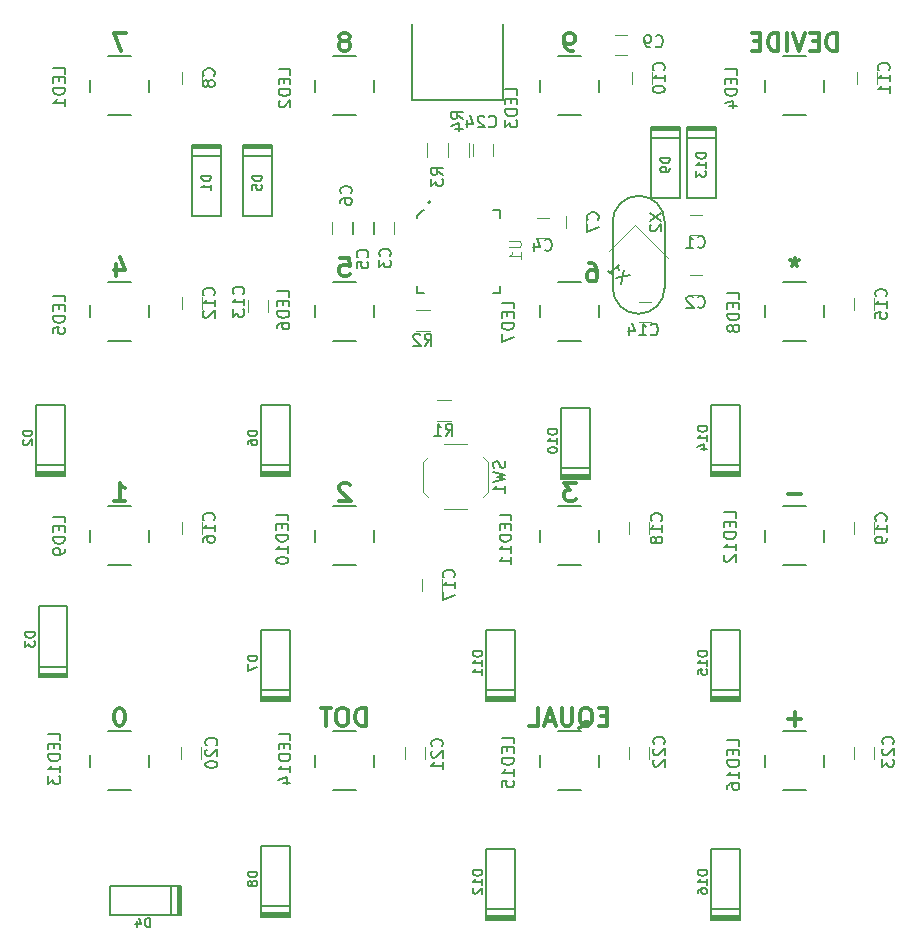
<source format=gbr>
G04 #@! TF.FileFunction,Legend,Bot*
%FSLAX46Y46*%
G04 Gerber Fmt 4.6, Leading zero omitted, Abs format (unit mm)*
G04 Created by KiCad (PCBNEW 4.0.5) date 02/28/17 13:31:52*
%MOMM*%
%LPD*%
G01*
G04 APERTURE LIST*
%ADD10C,0.100000*%
%ADD11C,0.150000*%
%ADD12C,0.200000*%
%ADD13C,0.120000*%
%ADD14C,0.050000*%
%ADD15C,0.304800*%
G04 APERTURE END LIST*
D10*
D11*
X93225750Y-50125750D02*
X93225750Y-55725750D01*
X88825750Y-55725750D02*
X88825750Y-50125750D01*
X91025750Y-57925750D02*
G75*
G02X88825750Y-55725750I0J2200000D01*
G01*
X93225750Y-55725750D02*
G75*
G02X91025750Y-57925750I-2200000J0D01*
G01*
X91025750Y-47925750D02*
G75*
G02X93225750Y-50125750I0J-2200000D01*
G01*
X88825750Y-50125750D02*
G75*
G02X91025750Y-47925750I2200000J0D01*
G01*
D12*
X55649750Y-43754750D02*
X53249750Y-43754750D01*
X53249750Y-44529750D02*
X55649750Y-44529750D01*
X53249750Y-43904750D02*
X55649750Y-43904750D01*
X53249750Y-43629750D02*
X53249750Y-49629750D01*
X53249750Y-49629750D02*
X55649750Y-49629750D01*
X55649750Y-49629750D02*
X55649750Y-43629750D01*
X55649750Y-43629750D02*
X53249750Y-43629750D01*
X40041750Y-71494750D02*
X42441750Y-71494750D01*
X42441750Y-70719750D02*
X40041750Y-70719750D01*
X42441750Y-71344750D02*
X40041750Y-71344750D01*
X42441750Y-71619750D02*
X42441750Y-65619750D01*
X42441750Y-65619750D02*
X40041750Y-65619750D01*
X40041750Y-65619750D02*
X40041750Y-71619750D01*
X40041750Y-71619750D02*
X42441750Y-71619750D01*
X40243750Y-88568750D02*
X42643750Y-88568750D01*
X42643750Y-87793750D02*
X40243750Y-87793750D01*
X42643750Y-88418750D02*
X40243750Y-88418750D01*
X42643750Y-88693750D02*
X42643750Y-82693750D01*
X42643750Y-82693750D02*
X40243750Y-82693750D01*
X40243750Y-82693750D02*
X40243750Y-88693750D01*
X40243750Y-88693750D02*
X42643750Y-88693750D01*
X52168750Y-108793750D02*
X52168750Y-106393750D01*
X51393750Y-106393750D02*
X51393750Y-108793750D01*
X52018750Y-106393750D02*
X52018750Y-108793750D01*
X52293750Y-106393750D02*
X46293750Y-106393750D01*
X46293750Y-106393750D02*
X46293750Y-108793750D01*
X46293750Y-108793750D02*
X52293750Y-108793750D01*
X52293750Y-108793750D02*
X52293750Y-106393750D01*
X59967750Y-43754750D02*
X57567750Y-43754750D01*
X57567750Y-44529750D02*
X59967750Y-44529750D01*
X57567750Y-43904750D02*
X59967750Y-43904750D01*
X57567750Y-43629750D02*
X57567750Y-49629750D01*
X57567750Y-49629750D02*
X59967750Y-49629750D01*
X59967750Y-49629750D02*
X59967750Y-43629750D01*
X59967750Y-43629750D02*
X57567750Y-43629750D01*
X59091750Y-71494750D02*
X61491750Y-71494750D01*
X61491750Y-70719750D02*
X59091750Y-70719750D01*
X61491750Y-71344750D02*
X59091750Y-71344750D01*
X61491750Y-71619750D02*
X61491750Y-65619750D01*
X61491750Y-65619750D02*
X59091750Y-65619750D01*
X59091750Y-65619750D02*
X59091750Y-71619750D01*
X59091750Y-71619750D02*
X61491750Y-71619750D01*
X59091750Y-90544750D02*
X61491750Y-90544750D01*
X61491750Y-89769750D02*
X59091750Y-89769750D01*
X61491750Y-90394750D02*
X59091750Y-90394750D01*
X61491750Y-90669750D02*
X61491750Y-84669750D01*
X61491750Y-84669750D02*
X59091750Y-84669750D01*
X59091750Y-84669750D02*
X59091750Y-90669750D01*
X59091750Y-90669750D02*
X61491750Y-90669750D01*
X59091750Y-108832750D02*
X61491750Y-108832750D01*
X61491750Y-108057750D02*
X59091750Y-108057750D01*
X61491750Y-108682750D02*
X59091750Y-108682750D01*
X61491750Y-108957750D02*
X61491750Y-102957750D01*
X61491750Y-102957750D02*
X59091750Y-102957750D01*
X59091750Y-102957750D02*
X59091750Y-108957750D01*
X59091750Y-108957750D02*
X61491750Y-108957750D01*
X94511750Y-42230750D02*
X92111750Y-42230750D01*
X92111750Y-43005750D02*
X94511750Y-43005750D01*
X92111750Y-42380750D02*
X94511750Y-42380750D01*
X92111750Y-42105750D02*
X92111750Y-48105750D01*
X92111750Y-48105750D02*
X94511750Y-48105750D01*
X94511750Y-48105750D02*
X94511750Y-42105750D01*
X94511750Y-42105750D02*
X92111750Y-42105750D01*
X84491750Y-71748750D02*
X86891750Y-71748750D01*
X86891750Y-70973750D02*
X84491750Y-70973750D01*
X86891750Y-71598750D02*
X84491750Y-71598750D01*
X86891750Y-71873750D02*
X86891750Y-65873750D01*
X86891750Y-65873750D02*
X84491750Y-65873750D01*
X84491750Y-65873750D02*
X84491750Y-71873750D01*
X84491750Y-71873750D02*
X86891750Y-71873750D01*
X78141750Y-90544750D02*
X80541750Y-90544750D01*
X80541750Y-89769750D02*
X78141750Y-89769750D01*
X80541750Y-90394750D02*
X78141750Y-90394750D01*
X80541750Y-90669750D02*
X80541750Y-84669750D01*
X80541750Y-84669750D02*
X78141750Y-84669750D01*
X78141750Y-84669750D02*
X78141750Y-90669750D01*
X78141750Y-90669750D02*
X80541750Y-90669750D01*
X78141750Y-109086750D02*
X80541750Y-109086750D01*
X80541750Y-108311750D02*
X78141750Y-108311750D01*
X80541750Y-108936750D02*
X78141750Y-108936750D01*
X80541750Y-109211750D02*
X80541750Y-103211750D01*
X80541750Y-103211750D02*
X78141750Y-103211750D01*
X78141750Y-103211750D02*
X78141750Y-109211750D01*
X78141750Y-109211750D02*
X80541750Y-109211750D01*
X97559750Y-42230750D02*
X95159750Y-42230750D01*
X95159750Y-43005750D02*
X97559750Y-43005750D01*
X95159750Y-42380750D02*
X97559750Y-42380750D01*
X95159750Y-42105750D02*
X95159750Y-48105750D01*
X95159750Y-48105750D02*
X97559750Y-48105750D01*
X97559750Y-48105750D02*
X97559750Y-42105750D01*
X97559750Y-42105750D02*
X95159750Y-42105750D01*
X97191750Y-71494750D02*
X99591750Y-71494750D01*
X99591750Y-70719750D02*
X97191750Y-70719750D01*
X99591750Y-71344750D02*
X97191750Y-71344750D01*
X99591750Y-71619750D02*
X99591750Y-65619750D01*
X99591750Y-65619750D02*
X97191750Y-65619750D01*
X97191750Y-65619750D02*
X97191750Y-71619750D01*
X97191750Y-71619750D02*
X99591750Y-71619750D01*
X97191750Y-90544750D02*
X99591750Y-90544750D01*
X99591750Y-89769750D02*
X97191750Y-89769750D01*
X99591750Y-90394750D02*
X97191750Y-90394750D01*
X99591750Y-90669750D02*
X99591750Y-84669750D01*
X99591750Y-84669750D02*
X97191750Y-84669750D01*
X97191750Y-84669750D02*
X97191750Y-90669750D01*
X97191750Y-90669750D02*
X99591750Y-90669750D01*
X97191750Y-109086750D02*
X99591750Y-109086750D01*
X99591750Y-108311750D02*
X97191750Y-108311750D01*
X99591750Y-108936750D02*
X97191750Y-108936750D01*
X99591750Y-109211750D02*
X99591750Y-103211750D01*
X99591750Y-103211750D02*
X97191750Y-103211750D01*
X97191750Y-103211750D02*
X97191750Y-109211750D01*
X97191750Y-109211750D02*
X99591750Y-109211750D01*
D13*
X96351750Y-51235750D02*
X95351750Y-51235750D01*
X95351750Y-49535750D02*
X96351750Y-49535750D01*
X96351750Y-56315750D02*
X95351750Y-56315750D01*
X95351750Y-54615750D02*
X96351750Y-54615750D01*
X68585750Y-51139750D02*
X68585750Y-50139750D01*
X70285750Y-50139750D02*
X70285750Y-51139750D01*
X83397750Y-51489750D02*
X82397750Y-51489750D01*
X82397750Y-49789750D02*
X83397750Y-49789750D01*
X66807750Y-51139750D02*
X66807750Y-50139750D01*
X68507750Y-50139750D02*
X68507750Y-51139750D01*
X65029750Y-51139750D02*
X65029750Y-50139750D01*
X66729750Y-50139750D02*
X66729750Y-51139750D01*
X86541750Y-49631750D02*
X86541750Y-50631750D01*
X84841750Y-50631750D02*
X84841750Y-49631750D01*
X54029750Y-37439750D02*
X54029750Y-38439750D01*
X52329750Y-38439750D02*
X52329750Y-37439750D01*
X89001750Y-34295750D02*
X90001750Y-34295750D01*
X90001750Y-35995750D02*
X89001750Y-35995750D01*
X92129750Y-37439750D02*
X92129750Y-38439750D01*
X90429750Y-38439750D02*
X90429750Y-37439750D01*
X111179750Y-37439750D02*
X111179750Y-38439750D01*
X109479750Y-38439750D02*
X109479750Y-37439750D01*
X54029750Y-56489750D02*
X54029750Y-57489750D01*
X52329750Y-57489750D02*
X52329750Y-56489750D01*
X59617750Y-56743750D02*
X59617750Y-57743750D01*
X57917750Y-57743750D02*
X57917750Y-56743750D01*
X91033750Y-56901750D02*
X92033750Y-56901750D01*
X92033750Y-58601750D02*
X91033750Y-58601750D01*
X110943750Y-56593750D02*
X110943750Y-57593750D01*
X109243750Y-57593750D02*
X109243750Y-56593750D01*
X54029750Y-75539750D02*
X54029750Y-76539750D01*
X52329750Y-76539750D02*
X52329750Y-75539750D01*
X74349750Y-80365750D02*
X74349750Y-81365750D01*
X72649750Y-81365750D02*
X72649750Y-80365750D01*
X91943750Y-75593750D02*
X91943750Y-76593750D01*
X90243750Y-76593750D02*
X90243750Y-75593750D01*
X110943750Y-75593750D02*
X110943750Y-76593750D01*
X109243750Y-76593750D02*
X109243750Y-75593750D01*
X52243750Y-95593750D02*
X52243750Y-94593750D01*
X53943750Y-94593750D02*
X53943750Y-95593750D01*
X71243750Y-95593750D02*
X71243750Y-94593750D01*
X72943750Y-94593750D02*
X72943750Y-95593750D01*
X90243750Y-95593750D02*
X90243750Y-94593750D01*
X91943750Y-94593750D02*
X91943750Y-95593750D01*
X109243750Y-95593750D02*
X109243750Y-94593750D01*
X110943750Y-94593750D02*
X110943750Y-95593750D01*
X78667750Y-43535750D02*
X78667750Y-44535750D01*
X76967750Y-44535750D02*
X76967750Y-43535750D01*
D12*
X79543750Y-39853750D02*
X79543750Y-33353750D01*
X71843750Y-39853750D02*
X71843750Y-33353750D01*
X71843750Y-39853750D02*
X79543750Y-39853750D01*
D13*
X75115750Y-65253750D02*
X73915750Y-65253750D01*
X73915750Y-67013750D02*
X75115750Y-67013750D01*
X73337750Y-57633750D02*
X72137750Y-57633750D01*
X72137750Y-59393750D02*
X73337750Y-59393750D01*
X73127750Y-43435750D02*
X73127750Y-44635750D01*
X74887750Y-44635750D02*
X74887750Y-43435750D01*
X74905750Y-43435750D02*
X74905750Y-44635750D01*
X76665750Y-44635750D02*
X76665750Y-43435750D01*
X73231750Y-73421750D02*
X72781750Y-72971750D01*
X73231750Y-70021750D02*
X72781750Y-70471750D01*
X77831750Y-70021750D02*
X78281750Y-70471750D01*
X77831750Y-73421750D02*
X78281750Y-72971750D01*
X76531750Y-68971750D02*
X74531750Y-68971750D01*
X72781750Y-72971750D02*
X72781750Y-70471750D01*
X76531750Y-74471750D02*
X74531750Y-74471750D01*
X78281750Y-72971750D02*
X78281750Y-70471750D01*
D12*
X105233750Y-98275000D02*
X103233750Y-98275000D01*
X101733750Y-96275000D02*
X101733750Y-95275000D01*
X105233750Y-93275000D02*
X103233750Y-93275000D01*
X106733750Y-96275000D02*
X106733750Y-95275000D01*
X86183750Y-98275000D02*
X84183750Y-98275000D01*
X82683750Y-96275000D02*
X82683750Y-95275000D01*
X86183750Y-93275000D02*
X84183750Y-93275000D01*
X87683750Y-96275000D02*
X87683750Y-95275000D01*
X67133750Y-98275000D02*
X65133750Y-98275000D01*
X63633750Y-96275000D02*
X63633750Y-95275000D01*
X67133750Y-93275000D02*
X65133750Y-93275000D01*
X68633750Y-96275000D02*
X68633750Y-95275000D01*
X48083750Y-98275000D02*
X46083750Y-98275000D01*
X44583750Y-96275000D02*
X44583750Y-95275000D01*
X48083750Y-93275000D02*
X46083750Y-93275000D01*
X49583750Y-96275000D02*
X49583750Y-95275000D01*
X105233750Y-79230000D02*
X103233750Y-79230000D01*
X101733750Y-77230000D02*
X101733750Y-76230000D01*
X105233750Y-74230000D02*
X103233750Y-74230000D01*
X106733750Y-77230000D02*
X106733750Y-76230000D01*
X86183750Y-79230000D02*
X84183750Y-79230000D01*
X82683750Y-77230000D02*
X82683750Y-76230000D01*
X86183750Y-74230000D02*
X84183750Y-74230000D01*
X87683750Y-77230000D02*
X87683750Y-76230000D01*
X67133750Y-79230000D02*
X65133750Y-79230000D01*
X63633750Y-77230000D02*
X63633750Y-76230000D01*
X67133750Y-74230000D02*
X65133750Y-74230000D01*
X68633750Y-77230000D02*
X68633750Y-76230000D01*
X48083750Y-79230000D02*
X46083750Y-79230000D01*
X44583750Y-77230000D02*
X44583750Y-76230000D01*
X48083750Y-74230000D02*
X46083750Y-74230000D01*
X49583750Y-77230000D02*
X49583750Y-76230000D01*
X105233750Y-60190000D02*
X103233750Y-60190000D01*
X101733750Y-58190000D02*
X101733750Y-57190000D01*
X105233750Y-55190000D02*
X103233750Y-55190000D01*
X106733750Y-58190000D02*
X106733750Y-57190000D01*
X86183750Y-60190000D02*
X84183750Y-60190000D01*
X82683750Y-58190000D02*
X82683750Y-57190000D01*
X86183750Y-55190000D02*
X84183750Y-55190000D01*
X87683750Y-58190000D02*
X87683750Y-57190000D01*
X67133750Y-60190000D02*
X65133750Y-60190000D01*
X63633750Y-58190000D02*
X63633750Y-57190000D01*
X67133750Y-55190000D02*
X65133750Y-55190000D01*
X68633750Y-58190000D02*
X68633750Y-57190000D01*
X48083750Y-60190000D02*
X46083750Y-60190000D01*
X44583750Y-58190000D02*
X44583750Y-57190000D01*
X48083750Y-55190000D02*
X46083750Y-55190000D01*
X49583750Y-58190000D02*
X49583750Y-57190000D01*
X105233750Y-41130000D02*
X103233750Y-41130000D01*
X101733750Y-39130000D02*
X101733750Y-38130000D01*
X105233750Y-36130000D02*
X103233750Y-36130000D01*
X106733750Y-39130000D02*
X106733750Y-38130000D01*
X86183750Y-41130000D02*
X84183750Y-41130000D01*
X82683750Y-39130000D02*
X82683750Y-38130000D01*
X86183750Y-36130000D02*
X84183750Y-36130000D01*
X87683750Y-39130000D02*
X87683750Y-38130000D01*
X67133750Y-41130000D02*
X65133750Y-41130000D01*
X63633750Y-39130000D02*
X63633750Y-38130000D01*
X67133750Y-36130000D02*
X65133750Y-36130000D01*
X68633750Y-39130000D02*
X68633750Y-38130000D01*
X48083750Y-41130000D02*
X46083750Y-41130000D01*
X44583750Y-39130000D02*
X44583750Y-38130000D01*
X48083750Y-36130000D02*
X46083750Y-36130000D01*
X49583750Y-39130000D02*
X49583750Y-38130000D01*
X72285750Y-49771750D02*
X72285750Y-49621750D01*
X72285750Y-49621750D02*
X72735750Y-49171750D01*
X72735750Y-49171750D02*
X72885750Y-49171750D01*
X72285750Y-55571750D02*
X72285750Y-56171750D01*
X72285750Y-56171750D02*
X72885750Y-56171750D01*
X79285750Y-49771750D02*
X79285750Y-49171750D01*
X79285750Y-49171750D02*
X78685750Y-49171750D01*
X78685750Y-56171750D02*
X79285750Y-56171750D01*
X79285750Y-56171750D02*
X79285750Y-55571750D01*
D14*
G36*
X73285750Y-48371750D02*
X73185750Y-48471750D01*
X73285750Y-48571750D01*
X73385750Y-48471750D01*
X73285750Y-48371750D01*
G37*
X73285750Y-48371750D02*
X73185750Y-48471750D01*
X73285750Y-48571750D01*
X73385750Y-48471750D01*
X73285750Y-48371750D01*
X73427170Y-48471750D02*
G75*
G03X73427170Y-48471750I-141420J0D01*
G01*
D13*
X88497843Y-52625230D02*
X90725230Y-50397843D01*
X90725230Y-50397843D02*
X93553657Y-53226270D01*
D11*
X91946131Y-49384226D02*
X92946131Y-50050893D01*
X91946131Y-50050893D02*
X92946131Y-49384226D01*
X92041369Y-50384226D02*
X91993750Y-50431845D01*
X91946131Y-50527083D01*
X91946131Y-50765179D01*
X91993750Y-50860417D01*
X92041369Y-50908036D01*
X92136607Y-50955655D01*
X92231845Y-50955655D01*
X92374702Y-50908036D01*
X92946131Y-50336607D01*
X92946131Y-50955655D01*
X54811655Y-46239274D02*
X54011655Y-46239274D01*
X54011655Y-46429750D01*
X54049750Y-46544036D01*
X54125940Y-46620227D01*
X54202131Y-46658322D01*
X54354512Y-46696417D01*
X54468798Y-46696417D01*
X54621179Y-46658322D01*
X54697369Y-46620227D01*
X54773560Y-46544036D01*
X54811655Y-46429750D01*
X54811655Y-46239274D01*
X54811655Y-47458322D02*
X54811655Y-47001179D01*
X54811655Y-47229750D02*
X54011655Y-47229750D01*
X54125940Y-47153560D01*
X54202131Y-47077369D01*
X54240226Y-47001179D01*
X39678655Y-67829274D02*
X38878655Y-67829274D01*
X38878655Y-68019750D01*
X38916750Y-68134036D01*
X38992940Y-68210227D01*
X39069131Y-68248322D01*
X39221512Y-68286417D01*
X39335798Y-68286417D01*
X39488179Y-68248322D01*
X39564369Y-68210227D01*
X39640560Y-68134036D01*
X39678655Y-68019750D01*
X39678655Y-67829274D01*
X38954845Y-68591179D02*
X38916750Y-68629274D01*
X38878655Y-68705465D01*
X38878655Y-68895941D01*
X38916750Y-68972131D01*
X38954845Y-69010227D01*
X39031036Y-69048322D01*
X39107226Y-69048322D01*
X39221512Y-69010227D01*
X39678655Y-68553084D01*
X39678655Y-69048322D01*
X39880655Y-84903274D02*
X39080655Y-84903274D01*
X39080655Y-85093750D01*
X39118750Y-85208036D01*
X39194940Y-85284227D01*
X39271131Y-85322322D01*
X39423512Y-85360417D01*
X39537798Y-85360417D01*
X39690179Y-85322322D01*
X39766369Y-85284227D01*
X39842560Y-85208036D01*
X39880655Y-85093750D01*
X39880655Y-84903274D01*
X39080655Y-85627084D02*
X39080655Y-86122322D01*
X39385417Y-85855655D01*
X39385417Y-85969941D01*
X39423512Y-86046131D01*
X39461607Y-86084227D01*
X39537798Y-86122322D01*
X39728274Y-86122322D01*
X39804464Y-86084227D01*
X39842560Y-86046131D01*
X39880655Y-85969941D01*
X39880655Y-85741369D01*
X39842560Y-85665179D01*
X39804464Y-85627084D01*
X49684226Y-109880655D02*
X49684226Y-109080655D01*
X49493750Y-109080655D01*
X49379464Y-109118750D01*
X49303273Y-109194940D01*
X49265178Y-109271131D01*
X49227083Y-109423512D01*
X49227083Y-109537798D01*
X49265178Y-109690179D01*
X49303273Y-109766369D01*
X49379464Y-109842560D01*
X49493750Y-109880655D01*
X49684226Y-109880655D01*
X48541369Y-109347321D02*
X48541369Y-109880655D01*
X48731845Y-109042560D02*
X48922321Y-109613988D01*
X48427083Y-109613988D01*
X59129655Y-46239274D02*
X58329655Y-46239274D01*
X58329655Y-46429750D01*
X58367750Y-46544036D01*
X58443940Y-46620227D01*
X58520131Y-46658322D01*
X58672512Y-46696417D01*
X58786798Y-46696417D01*
X58939179Y-46658322D01*
X59015369Y-46620227D01*
X59091560Y-46544036D01*
X59129655Y-46429750D01*
X59129655Y-46239274D01*
X58329655Y-47420227D02*
X58329655Y-47039274D01*
X58710607Y-47001179D01*
X58672512Y-47039274D01*
X58634417Y-47115465D01*
X58634417Y-47305941D01*
X58672512Y-47382131D01*
X58710607Y-47420227D01*
X58786798Y-47458322D01*
X58977274Y-47458322D01*
X59053464Y-47420227D01*
X59091560Y-47382131D01*
X59129655Y-47305941D01*
X59129655Y-47115465D01*
X59091560Y-47039274D01*
X59053464Y-47001179D01*
X58728655Y-67829274D02*
X57928655Y-67829274D01*
X57928655Y-68019750D01*
X57966750Y-68134036D01*
X58042940Y-68210227D01*
X58119131Y-68248322D01*
X58271512Y-68286417D01*
X58385798Y-68286417D01*
X58538179Y-68248322D01*
X58614369Y-68210227D01*
X58690560Y-68134036D01*
X58728655Y-68019750D01*
X58728655Y-67829274D01*
X57928655Y-68972131D02*
X57928655Y-68819750D01*
X57966750Y-68743560D01*
X58004845Y-68705465D01*
X58119131Y-68629274D01*
X58271512Y-68591179D01*
X58576274Y-68591179D01*
X58652464Y-68629274D01*
X58690560Y-68667369D01*
X58728655Y-68743560D01*
X58728655Y-68895941D01*
X58690560Y-68972131D01*
X58652464Y-69010227D01*
X58576274Y-69048322D01*
X58385798Y-69048322D01*
X58309607Y-69010227D01*
X58271512Y-68972131D01*
X58233417Y-68895941D01*
X58233417Y-68743560D01*
X58271512Y-68667369D01*
X58309607Y-68629274D01*
X58385798Y-68591179D01*
X58728655Y-86879274D02*
X57928655Y-86879274D01*
X57928655Y-87069750D01*
X57966750Y-87184036D01*
X58042940Y-87260227D01*
X58119131Y-87298322D01*
X58271512Y-87336417D01*
X58385798Y-87336417D01*
X58538179Y-87298322D01*
X58614369Y-87260227D01*
X58690560Y-87184036D01*
X58728655Y-87069750D01*
X58728655Y-86879274D01*
X57928655Y-87603084D02*
X57928655Y-88136417D01*
X58728655Y-87793560D01*
X58728655Y-105167274D02*
X57928655Y-105167274D01*
X57928655Y-105357750D01*
X57966750Y-105472036D01*
X58042940Y-105548227D01*
X58119131Y-105586322D01*
X58271512Y-105624417D01*
X58385798Y-105624417D01*
X58538179Y-105586322D01*
X58614369Y-105548227D01*
X58690560Y-105472036D01*
X58728655Y-105357750D01*
X58728655Y-105167274D01*
X58271512Y-106081560D02*
X58233417Y-106005369D01*
X58195321Y-105967274D01*
X58119131Y-105929179D01*
X58081036Y-105929179D01*
X58004845Y-105967274D01*
X57966750Y-106005369D01*
X57928655Y-106081560D01*
X57928655Y-106233941D01*
X57966750Y-106310131D01*
X58004845Y-106348227D01*
X58081036Y-106386322D01*
X58119131Y-106386322D01*
X58195321Y-106348227D01*
X58233417Y-106310131D01*
X58271512Y-106233941D01*
X58271512Y-106081560D01*
X58309607Y-106005369D01*
X58347702Y-105967274D01*
X58423893Y-105929179D01*
X58576274Y-105929179D01*
X58652464Y-105967274D01*
X58690560Y-106005369D01*
X58728655Y-106081560D01*
X58728655Y-106233941D01*
X58690560Y-106310131D01*
X58652464Y-106348227D01*
X58576274Y-106386322D01*
X58423893Y-106386322D01*
X58347702Y-106348227D01*
X58309607Y-106310131D01*
X58271512Y-106233941D01*
X93673655Y-44715274D02*
X92873655Y-44715274D01*
X92873655Y-44905750D01*
X92911750Y-45020036D01*
X92987940Y-45096227D01*
X93064131Y-45134322D01*
X93216512Y-45172417D01*
X93330798Y-45172417D01*
X93483179Y-45134322D01*
X93559369Y-45096227D01*
X93635560Y-45020036D01*
X93673655Y-44905750D01*
X93673655Y-44715274D01*
X93673655Y-45553369D02*
X93673655Y-45705750D01*
X93635560Y-45781941D01*
X93597464Y-45820036D01*
X93483179Y-45896227D01*
X93330798Y-45934322D01*
X93026036Y-45934322D01*
X92949845Y-45896227D01*
X92911750Y-45858131D01*
X92873655Y-45781941D01*
X92873655Y-45629560D01*
X92911750Y-45553369D01*
X92949845Y-45515274D01*
X93026036Y-45477179D01*
X93216512Y-45477179D01*
X93292702Y-45515274D01*
X93330798Y-45553369D01*
X93368893Y-45629560D01*
X93368893Y-45781941D01*
X93330798Y-45858131D01*
X93292702Y-45896227D01*
X93216512Y-45934322D01*
X84128655Y-67702321D02*
X83328655Y-67702321D01*
X83328655Y-67892797D01*
X83366750Y-68007083D01*
X83442940Y-68083274D01*
X83519131Y-68121369D01*
X83671512Y-68159464D01*
X83785798Y-68159464D01*
X83938179Y-68121369D01*
X84014369Y-68083274D01*
X84090560Y-68007083D01*
X84128655Y-67892797D01*
X84128655Y-67702321D01*
X84128655Y-68921369D02*
X84128655Y-68464226D01*
X84128655Y-68692797D02*
X83328655Y-68692797D01*
X83442940Y-68616607D01*
X83519131Y-68540416D01*
X83557226Y-68464226D01*
X83328655Y-69416607D02*
X83328655Y-69492798D01*
X83366750Y-69568988D01*
X83404845Y-69607083D01*
X83481036Y-69645179D01*
X83633417Y-69683274D01*
X83823893Y-69683274D01*
X83976274Y-69645179D01*
X84052464Y-69607083D01*
X84090560Y-69568988D01*
X84128655Y-69492798D01*
X84128655Y-69416607D01*
X84090560Y-69340417D01*
X84052464Y-69302321D01*
X83976274Y-69264226D01*
X83823893Y-69226131D01*
X83633417Y-69226131D01*
X83481036Y-69264226D01*
X83404845Y-69302321D01*
X83366750Y-69340417D01*
X83328655Y-69416607D01*
X77778655Y-86498321D02*
X76978655Y-86498321D01*
X76978655Y-86688797D01*
X77016750Y-86803083D01*
X77092940Y-86879274D01*
X77169131Y-86917369D01*
X77321512Y-86955464D01*
X77435798Y-86955464D01*
X77588179Y-86917369D01*
X77664369Y-86879274D01*
X77740560Y-86803083D01*
X77778655Y-86688797D01*
X77778655Y-86498321D01*
X77778655Y-87717369D02*
X77778655Y-87260226D01*
X77778655Y-87488797D02*
X76978655Y-87488797D01*
X77092940Y-87412607D01*
X77169131Y-87336416D01*
X77207226Y-87260226D01*
X77778655Y-88479274D02*
X77778655Y-88022131D01*
X77778655Y-88250702D02*
X76978655Y-88250702D01*
X77092940Y-88174512D01*
X77169131Y-88098321D01*
X77207226Y-88022131D01*
X77778655Y-105040321D02*
X76978655Y-105040321D01*
X76978655Y-105230797D01*
X77016750Y-105345083D01*
X77092940Y-105421274D01*
X77169131Y-105459369D01*
X77321512Y-105497464D01*
X77435798Y-105497464D01*
X77588179Y-105459369D01*
X77664369Y-105421274D01*
X77740560Y-105345083D01*
X77778655Y-105230797D01*
X77778655Y-105040321D01*
X77778655Y-106259369D02*
X77778655Y-105802226D01*
X77778655Y-106030797D02*
X76978655Y-106030797D01*
X77092940Y-105954607D01*
X77169131Y-105878416D01*
X77207226Y-105802226D01*
X77054845Y-106564131D02*
X77016750Y-106602226D01*
X76978655Y-106678417D01*
X76978655Y-106868893D01*
X77016750Y-106945083D01*
X77054845Y-106983179D01*
X77131036Y-107021274D01*
X77207226Y-107021274D01*
X77321512Y-106983179D01*
X77778655Y-106526036D01*
X77778655Y-107021274D01*
X96721655Y-44334321D02*
X95921655Y-44334321D01*
X95921655Y-44524797D01*
X95959750Y-44639083D01*
X96035940Y-44715274D01*
X96112131Y-44753369D01*
X96264512Y-44791464D01*
X96378798Y-44791464D01*
X96531179Y-44753369D01*
X96607369Y-44715274D01*
X96683560Y-44639083D01*
X96721655Y-44524797D01*
X96721655Y-44334321D01*
X96721655Y-45553369D02*
X96721655Y-45096226D01*
X96721655Y-45324797D02*
X95921655Y-45324797D01*
X96035940Y-45248607D01*
X96112131Y-45172416D01*
X96150226Y-45096226D01*
X95921655Y-45820036D02*
X95921655Y-46315274D01*
X96226417Y-46048607D01*
X96226417Y-46162893D01*
X96264512Y-46239083D01*
X96302607Y-46277179D01*
X96378798Y-46315274D01*
X96569274Y-46315274D01*
X96645464Y-46277179D01*
X96683560Y-46239083D01*
X96721655Y-46162893D01*
X96721655Y-45934321D01*
X96683560Y-45858131D01*
X96645464Y-45820036D01*
X96828655Y-67448321D02*
X96028655Y-67448321D01*
X96028655Y-67638797D01*
X96066750Y-67753083D01*
X96142940Y-67829274D01*
X96219131Y-67867369D01*
X96371512Y-67905464D01*
X96485798Y-67905464D01*
X96638179Y-67867369D01*
X96714369Y-67829274D01*
X96790560Y-67753083D01*
X96828655Y-67638797D01*
X96828655Y-67448321D01*
X96828655Y-68667369D02*
X96828655Y-68210226D01*
X96828655Y-68438797D02*
X96028655Y-68438797D01*
X96142940Y-68362607D01*
X96219131Y-68286416D01*
X96257226Y-68210226D01*
X96295321Y-69353083D02*
X96828655Y-69353083D01*
X95990560Y-69162607D02*
X96561988Y-68972131D01*
X96561988Y-69467369D01*
X96828655Y-86498321D02*
X96028655Y-86498321D01*
X96028655Y-86688797D01*
X96066750Y-86803083D01*
X96142940Y-86879274D01*
X96219131Y-86917369D01*
X96371512Y-86955464D01*
X96485798Y-86955464D01*
X96638179Y-86917369D01*
X96714369Y-86879274D01*
X96790560Y-86803083D01*
X96828655Y-86688797D01*
X96828655Y-86498321D01*
X96828655Y-87717369D02*
X96828655Y-87260226D01*
X96828655Y-87488797D02*
X96028655Y-87488797D01*
X96142940Y-87412607D01*
X96219131Y-87336416D01*
X96257226Y-87260226D01*
X96028655Y-88441179D02*
X96028655Y-88060226D01*
X96409607Y-88022131D01*
X96371512Y-88060226D01*
X96333417Y-88136417D01*
X96333417Y-88326893D01*
X96371512Y-88403083D01*
X96409607Y-88441179D01*
X96485798Y-88479274D01*
X96676274Y-88479274D01*
X96752464Y-88441179D01*
X96790560Y-88403083D01*
X96828655Y-88326893D01*
X96828655Y-88136417D01*
X96790560Y-88060226D01*
X96752464Y-88022131D01*
X96828655Y-105040321D02*
X96028655Y-105040321D01*
X96028655Y-105230797D01*
X96066750Y-105345083D01*
X96142940Y-105421274D01*
X96219131Y-105459369D01*
X96371512Y-105497464D01*
X96485798Y-105497464D01*
X96638179Y-105459369D01*
X96714369Y-105421274D01*
X96790560Y-105345083D01*
X96828655Y-105230797D01*
X96828655Y-105040321D01*
X96828655Y-106259369D02*
X96828655Y-105802226D01*
X96828655Y-106030797D02*
X96028655Y-106030797D01*
X96142940Y-105954607D01*
X96219131Y-105878416D01*
X96257226Y-105802226D01*
X96028655Y-106945083D02*
X96028655Y-106792702D01*
X96066750Y-106716512D01*
X96104845Y-106678417D01*
X96219131Y-106602226D01*
X96371512Y-106564131D01*
X96676274Y-106564131D01*
X96752464Y-106602226D01*
X96790560Y-106640321D01*
X96828655Y-106716512D01*
X96828655Y-106868893D01*
X96790560Y-106945083D01*
X96752464Y-106983179D01*
X96676274Y-107021274D01*
X96485798Y-107021274D01*
X96409607Y-106983179D01*
X96371512Y-106945083D01*
X96333417Y-106868893D01*
X96333417Y-106716512D01*
X96371512Y-106640321D01*
X96409607Y-106602226D01*
X96485798Y-106564131D01*
X96018416Y-52242893D02*
X96066035Y-52290512D01*
X96208892Y-52338131D01*
X96304130Y-52338131D01*
X96446988Y-52290512D01*
X96542226Y-52195274D01*
X96589845Y-52100036D01*
X96637464Y-51909560D01*
X96637464Y-51766702D01*
X96589845Y-51576226D01*
X96542226Y-51480988D01*
X96446988Y-51385750D01*
X96304130Y-51338131D01*
X96208892Y-51338131D01*
X96066035Y-51385750D01*
X96018416Y-51433369D01*
X95066035Y-52338131D02*
X95637464Y-52338131D01*
X95351750Y-52338131D02*
X95351750Y-51338131D01*
X95446988Y-51480988D01*
X95542226Y-51576226D01*
X95637464Y-51623845D01*
X96018416Y-57322893D02*
X96066035Y-57370512D01*
X96208892Y-57418131D01*
X96304130Y-57418131D01*
X96446988Y-57370512D01*
X96542226Y-57275274D01*
X96589845Y-57180036D01*
X96637464Y-56989560D01*
X96637464Y-56846702D01*
X96589845Y-56656226D01*
X96542226Y-56560988D01*
X96446988Y-56465750D01*
X96304130Y-56418131D01*
X96208892Y-56418131D01*
X96066035Y-56465750D01*
X96018416Y-56513369D01*
X95637464Y-56513369D02*
X95589845Y-56465750D01*
X95494607Y-56418131D01*
X95256511Y-56418131D01*
X95161273Y-56465750D01*
X95113654Y-56513369D01*
X95066035Y-56608607D01*
X95066035Y-56703845D01*
X95113654Y-56846702D01*
X95685083Y-57418131D01*
X95066035Y-57418131D01*
X69950893Y-53027084D02*
X69998512Y-52979465D01*
X70046131Y-52836608D01*
X70046131Y-52741370D01*
X69998512Y-52598512D01*
X69903274Y-52503274D01*
X69808036Y-52455655D01*
X69617560Y-52408036D01*
X69474702Y-52408036D01*
X69284226Y-52455655D01*
X69188988Y-52503274D01*
X69093750Y-52598512D01*
X69046131Y-52741370D01*
X69046131Y-52836608D01*
X69093750Y-52979465D01*
X69141369Y-53027084D01*
X69046131Y-53360417D02*
X69046131Y-53979465D01*
X69427083Y-53646131D01*
X69427083Y-53788989D01*
X69474702Y-53884227D01*
X69522321Y-53931846D01*
X69617560Y-53979465D01*
X69855655Y-53979465D01*
X69950893Y-53931846D01*
X69998512Y-53884227D01*
X70046131Y-53788989D01*
X70046131Y-53503274D01*
X69998512Y-53408036D01*
X69950893Y-53360417D01*
X83064416Y-52496893D02*
X83112035Y-52544512D01*
X83254892Y-52592131D01*
X83350130Y-52592131D01*
X83492988Y-52544512D01*
X83588226Y-52449274D01*
X83635845Y-52354036D01*
X83683464Y-52163560D01*
X83683464Y-52020702D01*
X83635845Y-51830226D01*
X83588226Y-51734988D01*
X83492988Y-51639750D01*
X83350130Y-51592131D01*
X83254892Y-51592131D01*
X83112035Y-51639750D01*
X83064416Y-51687369D01*
X82207273Y-51925464D02*
X82207273Y-52592131D01*
X82445369Y-51544512D02*
X82683464Y-52258798D01*
X82064416Y-52258798D01*
X68050893Y-53127084D02*
X68098512Y-53079465D01*
X68146131Y-52936608D01*
X68146131Y-52841370D01*
X68098512Y-52698512D01*
X68003274Y-52603274D01*
X67908036Y-52555655D01*
X67717560Y-52508036D01*
X67574702Y-52508036D01*
X67384226Y-52555655D01*
X67288988Y-52603274D01*
X67193750Y-52698512D01*
X67146131Y-52841370D01*
X67146131Y-52936608D01*
X67193750Y-53079465D01*
X67241369Y-53127084D01*
X67146131Y-54031846D02*
X67146131Y-53555655D01*
X67622321Y-53508036D01*
X67574702Y-53555655D01*
X67527083Y-53650893D01*
X67527083Y-53888989D01*
X67574702Y-53984227D01*
X67622321Y-54031846D01*
X67717560Y-54079465D01*
X67955655Y-54079465D01*
X68050893Y-54031846D01*
X68098512Y-53984227D01*
X68146131Y-53888989D01*
X68146131Y-53650893D01*
X68098512Y-53555655D01*
X68050893Y-53508036D01*
X66650893Y-47727084D02*
X66698512Y-47679465D01*
X66746131Y-47536608D01*
X66746131Y-47441370D01*
X66698512Y-47298512D01*
X66603274Y-47203274D01*
X66508036Y-47155655D01*
X66317560Y-47108036D01*
X66174702Y-47108036D01*
X65984226Y-47155655D01*
X65888988Y-47203274D01*
X65793750Y-47298512D01*
X65746131Y-47441370D01*
X65746131Y-47536608D01*
X65793750Y-47679465D01*
X65841369Y-47727084D01*
X65746131Y-48584227D02*
X65746131Y-48393750D01*
X65793750Y-48298512D01*
X65841369Y-48250893D01*
X65984226Y-48155655D01*
X66174702Y-48108036D01*
X66555655Y-48108036D01*
X66650893Y-48155655D01*
X66698512Y-48203274D01*
X66746131Y-48298512D01*
X66746131Y-48488989D01*
X66698512Y-48584227D01*
X66650893Y-48631846D01*
X66555655Y-48679465D01*
X66317560Y-48679465D01*
X66222321Y-48631846D01*
X66174702Y-48584227D01*
X66127083Y-48488989D01*
X66127083Y-48298512D01*
X66174702Y-48203274D01*
X66222321Y-48155655D01*
X66317560Y-48108036D01*
X87548893Y-49965084D02*
X87596512Y-49917465D01*
X87644131Y-49774608D01*
X87644131Y-49679370D01*
X87596512Y-49536512D01*
X87501274Y-49441274D01*
X87406036Y-49393655D01*
X87215560Y-49346036D01*
X87072702Y-49346036D01*
X86882226Y-49393655D01*
X86786988Y-49441274D01*
X86691750Y-49536512D01*
X86644131Y-49679370D01*
X86644131Y-49774608D01*
X86691750Y-49917465D01*
X86739369Y-49965084D01*
X86644131Y-50298417D02*
X86644131Y-50965084D01*
X87644131Y-50536512D01*
X55036893Y-37773084D02*
X55084512Y-37725465D01*
X55132131Y-37582608D01*
X55132131Y-37487370D01*
X55084512Y-37344512D01*
X54989274Y-37249274D01*
X54894036Y-37201655D01*
X54703560Y-37154036D01*
X54560702Y-37154036D01*
X54370226Y-37201655D01*
X54274988Y-37249274D01*
X54179750Y-37344512D01*
X54132131Y-37487370D01*
X54132131Y-37582608D01*
X54179750Y-37725465D01*
X54227369Y-37773084D01*
X54560702Y-38344512D02*
X54513083Y-38249274D01*
X54465464Y-38201655D01*
X54370226Y-38154036D01*
X54322607Y-38154036D01*
X54227369Y-38201655D01*
X54179750Y-38249274D01*
X54132131Y-38344512D01*
X54132131Y-38534989D01*
X54179750Y-38630227D01*
X54227369Y-38677846D01*
X54322607Y-38725465D01*
X54370226Y-38725465D01*
X54465464Y-38677846D01*
X54513083Y-38630227D01*
X54560702Y-38534989D01*
X54560702Y-38344512D01*
X54608321Y-38249274D01*
X54655940Y-38201655D01*
X54751179Y-38154036D01*
X54941655Y-38154036D01*
X55036893Y-38201655D01*
X55084512Y-38249274D01*
X55132131Y-38344512D01*
X55132131Y-38534989D01*
X55084512Y-38630227D01*
X55036893Y-38677846D01*
X54941655Y-38725465D01*
X54751179Y-38725465D01*
X54655940Y-38677846D01*
X54608321Y-38630227D01*
X54560702Y-38534989D01*
X92462416Y-35248893D02*
X92510035Y-35296512D01*
X92652892Y-35344131D01*
X92748130Y-35344131D01*
X92890988Y-35296512D01*
X92986226Y-35201274D01*
X93033845Y-35106036D01*
X93081464Y-34915560D01*
X93081464Y-34772702D01*
X93033845Y-34582226D01*
X92986226Y-34486988D01*
X92890988Y-34391750D01*
X92748130Y-34344131D01*
X92652892Y-34344131D01*
X92510035Y-34391750D01*
X92462416Y-34439369D01*
X91986226Y-35344131D02*
X91795750Y-35344131D01*
X91700511Y-35296512D01*
X91652892Y-35248893D01*
X91557654Y-35106036D01*
X91510035Y-34915560D01*
X91510035Y-34534607D01*
X91557654Y-34439369D01*
X91605273Y-34391750D01*
X91700511Y-34344131D01*
X91890988Y-34344131D01*
X91986226Y-34391750D01*
X92033845Y-34439369D01*
X92081464Y-34534607D01*
X92081464Y-34772702D01*
X92033845Y-34867940D01*
X91986226Y-34915560D01*
X91890988Y-34963179D01*
X91700511Y-34963179D01*
X91605273Y-34915560D01*
X91557654Y-34867940D01*
X91510035Y-34772702D01*
X93136893Y-37296893D02*
X93184512Y-37249274D01*
X93232131Y-37106417D01*
X93232131Y-37011179D01*
X93184512Y-36868321D01*
X93089274Y-36773083D01*
X92994036Y-36725464D01*
X92803560Y-36677845D01*
X92660702Y-36677845D01*
X92470226Y-36725464D01*
X92374988Y-36773083D01*
X92279750Y-36868321D01*
X92232131Y-37011179D01*
X92232131Y-37106417D01*
X92279750Y-37249274D01*
X92327369Y-37296893D01*
X93232131Y-38249274D02*
X93232131Y-37677845D01*
X93232131Y-37963559D02*
X92232131Y-37963559D01*
X92374988Y-37868321D01*
X92470226Y-37773083D01*
X92517845Y-37677845D01*
X92232131Y-38868321D02*
X92232131Y-38963560D01*
X92279750Y-39058798D01*
X92327369Y-39106417D01*
X92422607Y-39154036D01*
X92613083Y-39201655D01*
X92851179Y-39201655D01*
X93041655Y-39154036D01*
X93136893Y-39106417D01*
X93184512Y-39058798D01*
X93232131Y-38963560D01*
X93232131Y-38868321D01*
X93184512Y-38773083D01*
X93136893Y-38725464D01*
X93041655Y-38677845D01*
X92851179Y-38630226D01*
X92613083Y-38630226D01*
X92422607Y-38677845D01*
X92327369Y-38725464D01*
X92279750Y-38773083D01*
X92232131Y-38868321D01*
X112186893Y-37296893D02*
X112234512Y-37249274D01*
X112282131Y-37106417D01*
X112282131Y-37011179D01*
X112234512Y-36868321D01*
X112139274Y-36773083D01*
X112044036Y-36725464D01*
X111853560Y-36677845D01*
X111710702Y-36677845D01*
X111520226Y-36725464D01*
X111424988Y-36773083D01*
X111329750Y-36868321D01*
X111282131Y-37011179D01*
X111282131Y-37106417D01*
X111329750Y-37249274D01*
X111377369Y-37296893D01*
X112282131Y-38249274D02*
X112282131Y-37677845D01*
X112282131Y-37963559D02*
X111282131Y-37963559D01*
X111424988Y-37868321D01*
X111520226Y-37773083D01*
X111567845Y-37677845D01*
X112282131Y-39201655D02*
X112282131Y-38630226D01*
X112282131Y-38915940D02*
X111282131Y-38915940D01*
X111424988Y-38820702D01*
X111520226Y-38725464D01*
X111567845Y-38630226D01*
X55036893Y-56346893D02*
X55084512Y-56299274D01*
X55132131Y-56156417D01*
X55132131Y-56061179D01*
X55084512Y-55918321D01*
X54989274Y-55823083D01*
X54894036Y-55775464D01*
X54703560Y-55727845D01*
X54560702Y-55727845D01*
X54370226Y-55775464D01*
X54274988Y-55823083D01*
X54179750Y-55918321D01*
X54132131Y-56061179D01*
X54132131Y-56156417D01*
X54179750Y-56299274D01*
X54227369Y-56346893D01*
X55132131Y-57299274D02*
X55132131Y-56727845D01*
X55132131Y-57013559D02*
X54132131Y-57013559D01*
X54274988Y-56918321D01*
X54370226Y-56823083D01*
X54417845Y-56727845D01*
X54227369Y-57680226D02*
X54179750Y-57727845D01*
X54132131Y-57823083D01*
X54132131Y-58061179D01*
X54179750Y-58156417D01*
X54227369Y-58204036D01*
X54322607Y-58251655D01*
X54417845Y-58251655D01*
X54560702Y-58204036D01*
X55132131Y-57632607D01*
X55132131Y-58251655D01*
X57550893Y-56250893D02*
X57598512Y-56203274D01*
X57646131Y-56060417D01*
X57646131Y-55965179D01*
X57598512Y-55822321D01*
X57503274Y-55727083D01*
X57408036Y-55679464D01*
X57217560Y-55631845D01*
X57074702Y-55631845D01*
X56884226Y-55679464D01*
X56788988Y-55727083D01*
X56693750Y-55822321D01*
X56646131Y-55965179D01*
X56646131Y-56060417D01*
X56693750Y-56203274D01*
X56741369Y-56250893D01*
X57646131Y-57203274D02*
X57646131Y-56631845D01*
X57646131Y-56917559D02*
X56646131Y-56917559D01*
X56788988Y-56822321D01*
X56884226Y-56727083D01*
X56931845Y-56631845D01*
X56646131Y-57536607D02*
X56646131Y-58155655D01*
X57027083Y-57822321D01*
X57027083Y-57965179D01*
X57074702Y-58060417D01*
X57122321Y-58108036D01*
X57217560Y-58155655D01*
X57455655Y-58155655D01*
X57550893Y-58108036D01*
X57598512Y-58060417D01*
X57646131Y-57965179D01*
X57646131Y-57679464D01*
X57598512Y-57584226D01*
X57550893Y-57536607D01*
X92036607Y-59650893D02*
X92084226Y-59698512D01*
X92227083Y-59746131D01*
X92322321Y-59746131D01*
X92465179Y-59698512D01*
X92560417Y-59603274D01*
X92608036Y-59508036D01*
X92655655Y-59317560D01*
X92655655Y-59174702D01*
X92608036Y-58984226D01*
X92560417Y-58888988D01*
X92465179Y-58793750D01*
X92322321Y-58746131D01*
X92227083Y-58746131D01*
X92084226Y-58793750D01*
X92036607Y-58841369D01*
X91084226Y-59746131D02*
X91655655Y-59746131D01*
X91369941Y-59746131D02*
X91369941Y-58746131D01*
X91465179Y-58888988D01*
X91560417Y-58984226D01*
X91655655Y-59031845D01*
X90227083Y-59079464D02*
X90227083Y-59746131D01*
X90465179Y-58698512D02*
X90703274Y-59412798D01*
X90084226Y-59412798D01*
X111950893Y-56450893D02*
X111998512Y-56403274D01*
X112046131Y-56260417D01*
X112046131Y-56165179D01*
X111998512Y-56022321D01*
X111903274Y-55927083D01*
X111808036Y-55879464D01*
X111617560Y-55831845D01*
X111474702Y-55831845D01*
X111284226Y-55879464D01*
X111188988Y-55927083D01*
X111093750Y-56022321D01*
X111046131Y-56165179D01*
X111046131Y-56260417D01*
X111093750Y-56403274D01*
X111141369Y-56450893D01*
X112046131Y-57403274D02*
X112046131Y-56831845D01*
X112046131Y-57117559D02*
X111046131Y-57117559D01*
X111188988Y-57022321D01*
X111284226Y-56927083D01*
X111331845Y-56831845D01*
X111046131Y-58308036D02*
X111046131Y-57831845D01*
X111522321Y-57784226D01*
X111474702Y-57831845D01*
X111427083Y-57927083D01*
X111427083Y-58165179D01*
X111474702Y-58260417D01*
X111522321Y-58308036D01*
X111617560Y-58355655D01*
X111855655Y-58355655D01*
X111950893Y-58308036D01*
X111998512Y-58260417D01*
X112046131Y-58165179D01*
X112046131Y-57927083D01*
X111998512Y-57831845D01*
X111950893Y-57784226D01*
X55036893Y-75396893D02*
X55084512Y-75349274D01*
X55132131Y-75206417D01*
X55132131Y-75111179D01*
X55084512Y-74968321D01*
X54989274Y-74873083D01*
X54894036Y-74825464D01*
X54703560Y-74777845D01*
X54560702Y-74777845D01*
X54370226Y-74825464D01*
X54274988Y-74873083D01*
X54179750Y-74968321D01*
X54132131Y-75111179D01*
X54132131Y-75206417D01*
X54179750Y-75349274D01*
X54227369Y-75396893D01*
X55132131Y-76349274D02*
X55132131Y-75777845D01*
X55132131Y-76063559D02*
X54132131Y-76063559D01*
X54274988Y-75968321D01*
X54370226Y-75873083D01*
X54417845Y-75777845D01*
X54132131Y-77206417D02*
X54132131Y-77015940D01*
X54179750Y-76920702D01*
X54227369Y-76873083D01*
X54370226Y-76777845D01*
X54560702Y-76730226D01*
X54941655Y-76730226D01*
X55036893Y-76777845D01*
X55084512Y-76825464D01*
X55132131Y-76920702D01*
X55132131Y-77111179D01*
X55084512Y-77206417D01*
X55036893Y-77254036D01*
X54941655Y-77301655D01*
X54703560Y-77301655D01*
X54608321Y-77254036D01*
X54560702Y-77206417D01*
X54513083Y-77111179D01*
X54513083Y-76920702D01*
X54560702Y-76825464D01*
X54608321Y-76777845D01*
X54703560Y-76730226D01*
X75356893Y-80222893D02*
X75404512Y-80175274D01*
X75452131Y-80032417D01*
X75452131Y-79937179D01*
X75404512Y-79794321D01*
X75309274Y-79699083D01*
X75214036Y-79651464D01*
X75023560Y-79603845D01*
X74880702Y-79603845D01*
X74690226Y-79651464D01*
X74594988Y-79699083D01*
X74499750Y-79794321D01*
X74452131Y-79937179D01*
X74452131Y-80032417D01*
X74499750Y-80175274D01*
X74547369Y-80222893D01*
X75452131Y-81175274D02*
X75452131Y-80603845D01*
X75452131Y-80889559D02*
X74452131Y-80889559D01*
X74594988Y-80794321D01*
X74690226Y-80699083D01*
X74737845Y-80603845D01*
X74452131Y-81508607D02*
X74452131Y-82175274D01*
X75452131Y-81746702D01*
X92950893Y-75450893D02*
X92998512Y-75403274D01*
X93046131Y-75260417D01*
X93046131Y-75165179D01*
X92998512Y-75022321D01*
X92903274Y-74927083D01*
X92808036Y-74879464D01*
X92617560Y-74831845D01*
X92474702Y-74831845D01*
X92284226Y-74879464D01*
X92188988Y-74927083D01*
X92093750Y-75022321D01*
X92046131Y-75165179D01*
X92046131Y-75260417D01*
X92093750Y-75403274D01*
X92141369Y-75450893D01*
X93046131Y-76403274D02*
X93046131Y-75831845D01*
X93046131Y-76117559D02*
X92046131Y-76117559D01*
X92188988Y-76022321D01*
X92284226Y-75927083D01*
X92331845Y-75831845D01*
X92474702Y-76974702D02*
X92427083Y-76879464D01*
X92379464Y-76831845D01*
X92284226Y-76784226D01*
X92236607Y-76784226D01*
X92141369Y-76831845D01*
X92093750Y-76879464D01*
X92046131Y-76974702D01*
X92046131Y-77165179D01*
X92093750Y-77260417D01*
X92141369Y-77308036D01*
X92236607Y-77355655D01*
X92284226Y-77355655D01*
X92379464Y-77308036D01*
X92427083Y-77260417D01*
X92474702Y-77165179D01*
X92474702Y-76974702D01*
X92522321Y-76879464D01*
X92569940Y-76831845D01*
X92665179Y-76784226D01*
X92855655Y-76784226D01*
X92950893Y-76831845D01*
X92998512Y-76879464D01*
X93046131Y-76974702D01*
X93046131Y-77165179D01*
X92998512Y-77260417D01*
X92950893Y-77308036D01*
X92855655Y-77355655D01*
X92665179Y-77355655D01*
X92569940Y-77308036D01*
X92522321Y-77260417D01*
X92474702Y-77165179D01*
X111950893Y-75450893D02*
X111998512Y-75403274D01*
X112046131Y-75260417D01*
X112046131Y-75165179D01*
X111998512Y-75022321D01*
X111903274Y-74927083D01*
X111808036Y-74879464D01*
X111617560Y-74831845D01*
X111474702Y-74831845D01*
X111284226Y-74879464D01*
X111188988Y-74927083D01*
X111093750Y-75022321D01*
X111046131Y-75165179D01*
X111046131Y-75260417D01*
X111093750Y-75403274D01*
X111141369Y-75450893D01*
X112046131Y-76403274D02*
X112046131Y-75831845D01*
X112046131Y-76117559D02*
X111046131Y-76117559D01*
X111188988Y-76022321D01*
X111284226Y-75927083D01*
X111331845Y-75831845D01*
X112046131Y-76879464D02*
X112046131Y-77069940D01*
X111998512Y-77165179D01*
X111950893Y-77212798D01*
X111808036Y-77308036D01*
X111617560Y-77355655D01*
X111236607Y-77355655D01*
X111141369Y-77308036D01*
X111093750Y-77260417D01*
X111046131Y-77165179D01*
X111046131Y-76974702D01*
X111093750Y-76879464D01*
X111141369Y-76831845D01*
X111236607Y-76784226D01*
X111474702Y-76784226D01*
X111569940Y-76831845D01*
X111617560Y-76879464D01*
X111665179Y-76974702D01*
X111665179Y-77165179D01*
X111617560Y-77260417D01*
X111569940Y-77308036D01*
X111474702Y-77355655D01*
X55250893Y-94450893D02*
X55298512Y-94403274D01*
X55346131Y-94260417D01*
X55346131Y-94165179D01*
X55298512Y-94022321D01*
X55203274Y-93927083D01*
X55108036Y-93879464D01*
X54917560Y-93831845D01*
X54774702Y-93831845D01*
X54584226Y-93879464D01*
X54488988Y-93927083D01*
X54393750Y-94022321D01*
X54346131Y-94165179D01*
X54346131Y-94260417D01*
X54393750Y-94403274D01*
X54441369Y-94450893D01*
X54441369Y-94831845D02*
X54393750Y-94879464D01*
X54346131Y-94974702D01*
X54346131Y-95212798D01*
X54393750Y-95308036D01*
X54441369Y-95355655D01*
X54536607Y-95403274D01*
X54631845Y-95403274D01*
X54774702Y-95355655D01*
X55346131Y-94784226D01*
X55346131Y-95403274D01*
X54346131Y-96022321D02*
X54346131Y-96117560D01*
X54393750Y-96212798D01*
X54441369Y-96260417D01*
X54536607Y-96308036D01*
X54727083Y-96355655D01*
X54965179Y-96355655D01*
X55155655Y-96308036D01*
X55250893Y-96260417D01*
X55298512Y-96212798D01*
X55346131Y-96117560D01*
X55346131Y-96022321D01*
X55298512Y-95927083D01*
X55250893Y-95879464D01*
X55155655Y-95831845D01*
X54965179Y-95784226D01*
X54727083Y-95784226D01*
X54536607Y-95831845D01*
X54441369Y-95879464D01*
X54393750Y-95927083D01*
X54346131Y-96022321D01*
X74350893Y-94550893D02*
X74398512Y-94503274D01*
X74446131Y-94360417D01*
X74446131Y-94265179D01*
X74398512Y-94122321D01*
X74303274Y-94027083D01*
X74208036Y-93979464D01*
X74017560Y-93931845D01*
X73874702Y-93931845D01*
X73684226Y-93979464D01*
X73588988Y-94027083D01*
X73493750Y-94122321D01*
X73446131Y-94265179D01*
X73446131Y-94360417D01*
X73493750Y-94503274D01*
X73541369Y-94550893D01*
X73541369Y-94931845D02*
X73493750Y-94979464D01*
X73446131Y-95074702D01*
X73446131Y-95312798D01*
X73493750Y-95408036D01*
X73541369Y-95455655D01*
X73636607Y-95503274D01*
X73731845Y-95503274D01*
X73874702Y-95455655D01*
X74446131Y-94884226D01*
X74446131Y-95503274D01*
X74446131Y-96455655D02*
X74446131Y-95884226D01*
X74446131Y-96169940D02*
X73446131Y-96169940D01*
X73588988Y-96074702D01*
X73684226Y-95979464D01*
X73731845Y-95884226D01*
X93150893Y-94350893D02*
X93198512Y-94303274D01*
X93246131Y-94160417D01*
X93246131Y-94065179D01*
X93198512Y-93922321D01*
X93103274Y-93827083D01*
X93008036Y-93779464D01*
X92817560Y-93731845D01*
X92674702Y-93731845D01*
X92484226Y-93779464D01*
X92388988Y-93827083D01*
X92293750Y-93922321D01*
X92246131Y-94065179D01*
X92246131Y-94160417D01*
X92293750Y-94303274D01*
X92341369Y-94350893D01*
X92341369Y-94731845D02*
X92293750Y-94779464D01*
X92246131Y-94874702D01*
X92246131Y-95112798D01*
X92293750Y-95208036D01*
X92341369Y-95255655D01*
X92436607Y-95303274D01*
X92531845Y-95303274D01*
X92674702Y-95255655D01*
X93246131Y-94684226D01*
X93246131Y-95303274D01*
X92341369Y-95684226D02*
X92293750Y-95731845D01*
X92246131Y-95827083D01*
X92246131Y-96065179D01*
X92293750Y-96160417D01*
X92341369Y-96208036D01*
X92436607Y-96255655D01*
X92531845Y-96255655D01*
X92674702Y-96208036D01*
X93246131Y-95636607D01*
X93246131Y-96255655D01*
X112550893Y-94350893D02*
X112598512Y-94303274D01*
X112646131Y-94160417D01*
X112646131Y-94065179D01*
X112598512Y-93922321D01*
X112503274Y-93827083D01*
X112408036Y-93779464D01*
X112217560Y-93731845D01*
X112074702Y-93731845D01*
X111884226Y-93779464D01*
X111788988Y-93827083D01*
X111693750Y-93922321D01*
X111646131Y-94065179D01*
X111646131Y-94160417D01*
X111693750Y-94303274D01*
X111741369Y-94350893D01*
X111741369Y-94731845D02*
X111693750Y-94779464D01*
X111646131Y-94874702D01*
X111646131Y-95112798D01*
X111693750Y-95208036D01*
X111741369Y-95255655D01*
X111836607Y-95303274D01*
X111931845Y-95303274D01*
X112074702Y-95255655D01*
X112646131Y-94684226D01*
X112646131Y-95303274D01*
X111646131Y-95636607D02*
X111646131Y-96255655D01*
X112027083Y-95922321D01*
X112027083Y-96065179D01*
X112074702Y-96160417D01*
X112122321Y-96208036D01*
X112217560Y-96255655D01*
X112455655Y-96255655D01*
X112550893Y-96208036D01*
X112598512Y-96160417D01*
X112646131Y-96065179D01*
X112646131Y-95779464D01*
X112598512Y-95684226D01*
X112550893Y-95636607D01*
X78336607Y-42050893D02*
X78384226Y-42098512D01*
X78527083Y-42146131D01*
X78622321Y-42146131D01*
X78765179Y-42098512D01*
X78860417Y-42003274D01*
X78908036Y-41908036D01*
X78955655Y-41717560D01*
X78955655Y-41574702D01*
X78908036Y-41384226D01*
X78860417Y-41288988D01*
X78765179Y-41193750D01*
X78622321Y-41146131D01*
X78527083Y-41146131D01*
X78384226Y-41193750D01*
X78336607Y-41241369D01*
X77955655Y-41241369D02*
X77908036Y-41193750D01*
X77812798Y-41146131D01*
X77574702Y-41146131D01*
X77479464Y-41193750D01*
X77431845Y-41241369D01*
X77384226Y-41336607D01*
X77384226Y-41431845D01*
X77431845Y-41574702D01*
X78003274Y-42146131D01*
X77384226Y-42146131D01*
X76527083Y-41479464D02*
X76527083Y-42146131D01*
X76765179Y-41098512D02*
X77003274Y-41812798D01*
X76384226Y-41812798D01*
D15*
X47591750Y-34139179D02*
X46575750Y-34139179D01*
X47228893Y-35663179D01*
X46793464Y-53697179D02*
X46793464Y-54713179D01*
X47156321Y-53116607D02*
X47519178Y-54205179D01*
X46575750Y-54205179D01*
X46648321Y-73763179D02*
X47519178Y-73763179D01*
X47083750Y-73763179D02*
X47083750Y-72239179D01*
X47228893Y-72456893D01*
X47374035Y-72602036D01*
X47519178Y-72674607D01*
X47156321Y-91289179D02*
X47011178Y-91289179D01*
X46866035Y-91361750D01*
X46793464Y-91434321D01*
X46720893Y-91579464D01*
X46648321Y-91869750D01*
X46648321Y-92232607D01*
X46720893Y-92522893D01*
X46793464Y-92668036D01*
X46866035Y-92740607D01*
X47011178Y-92813179D01*
X47156321Y-92813179D01*
X47301464Y-92740607D01*
X47374035Y-92668036D01*
X47446607Y-92522893D01*
X47519178Y-92232607D01*
X47519178Y-91869750D01*
X47446607Y-91579464D01*
X47374035Y-91434321D01*
X47301464Y-91361750D01*
X47156321Y-91289179D01*
X66278893Y-34792321D02*
X66424035Y-34719750D01*
X66496607Y-34647179D01*
X66569178Y-34502036D01*
X66569178Y-34429464D01*
X66496607Y-34284321D01*
X66424035Y-34211750D01*
X66278893Y-34139179D01*
X65988607Y-34139179D01*
X65843464Y-34211750D01*
X65770893Y-34284321D01*
X65698321Y-34429464D01*
X65698321Y-34502036D01*
X65770893Y-34647179D01*
X65843464Y-34719750D01*
X65988607Y-34792321D01*
X66278893Y-34792321D01*
X66424035Y-34864893D01*
X66496607Y-34937464D01*
X66569178Y-35082607D01*
X66569178Y-35372893D01*
X66496607Y-35518036D01*
X66424035Y-35590607D01*
X66278893Y-35663179D01*
X65988607Y-35663179D01*
X65843464Y-35590607D01*
X65770893Y-35518036D01*
X65698321Y-35372893D01*
X65698321Y-35082607D01*
X65770893Y-34937464D01*
X65843464Y-34864893D01*
X65988607Y-34792321D01*
X65770893Y-53189179D02*
X66496607Y-53189179D01*
X66569178Y-53914893D01*
X66496607Y-53842321D01*
X66351464Y-53769750D01*
X65988607Y-53769750D01*
X65843464Y-53842321D01*
X65770893Y-53914893D01*
X65698321Y-54060036D01*
X65698321Y-54422893D01*
X65770893Y-54568036D01*
X65843464Y-54640607D01*
X65988607Y-54713179D01*
X66351464Y-54713179D01*
X66496607Y-54640607D01*
X66569178Y-54568036D01*
X66569178Y-72384321D02*
X66496607Y-72311750D01*
X66351464Y-72239179D01*
X65988607Y-72239179D01*
X65843464Y-72311750D01*
X65770893Y-72384321D01*
X65698321Y-72529464D01*
X65698321Y-72674607D01*
X65770893Y-72892321D01*
X66641750Y-73763179D01*
X65698321Y-73763179D01*
X67911750Y-92813179D02*
X67911750Y-91289179D01*
X67548893Y-91289179D01*
X67331178Y-91361750D01*
X67186036Y-91506893D01*
X67113464Y-91652036D01*
X67040893Y-91942321D01*
X67040893Y-92160036D01*
X67113464Y-92450321D01*
X67186036Y-92595464D01*
X67331178Y-92740607D01*
X67548893Y-92813179D01*
X67911750Y-92813179D01*
X66097464Y-91289179D02*
X65807178Y-91289179D01*
X65662036Y-91361750D01*
X65516893Y-91506893D01*
X65444321Y-91797179D01*
X65444321Y-92305179D01*
X65516893Y-92595464D01*
X65662036Y-92740607D01*
X65807178Y-92813179D01*
X66097464Y-92813179D01*
X66242607Y-92740607D01*
X66387750Y-92595464D01*
X66460321Y-92305179D01*
X66460321Y-91797179D01*
X66387750Y-91506893D01*
X66242607Y-91361750D01*
X66097464Y-91289179D01*
X65008893Y-91289179D02*
X64138036Y-91289179D01*
X64573465Y-92813179D02*
X64573465Y-91289179D01*
X85474035Y-35663179D02*
X85183750Y-35663179D01*
X85038607Y-35590607D01*
X84966035Y-35518036D01*
X84820893Y-35300321D01*
X84748321Y-35010036D01*
X84748321Y-34429464D01*
X84820893Y-34284321D01*
X84893464Y-34211750D01*
X85038607Y-34139179D01*
X85328893Y-34139179D01*
X85474035Y-34211750D01*
X85546607Y-34284321D01*
X85619178Y-34429464D01*
X85619178Y-34792321D01*
X85546607Y-34937464D01*
X85474035Y-35010036D01*
X85328893Y-35082607D01*
X85038607Y-35082607D01*
X84893464Y-35010036D01*
X84820893Y-34937464D01*
X84748321Y-34792321D01*
X86803464Y-53659179D02*
X87093750Y-53659179D01*
X87238893Y-53731750D01*
X87311464Y-53804321D01*
X87456607Y-54022036D01*
X87529178Y-54312321D01*
X87529178Y-54892893D01*
X87456607Y-55038036D01*
X87384035Y-55110607D01*
X87238893Y-55183179D01*
X86948607Y-55183179D01*
X86803464Y-55110607D01*
X86730893Y-55038036D01*
X86658321Y-54892893D01*
X86658321Y-54530036D01*
X86730893Y-54384893D01*
X86803464Y-54312321D01*
X86948607Y-54239750D01*
X87238893Y-54239750D01*
X87384035Y-54312321D01*
X87456607Y-54384893D01*
X87529178Y-54530036D01*
X85691750Y-72239179D02*
X84748321Y-72239179D01*
X85256321Y-72819750D01*
X85038607Y-72819750D01*
X84893464Y-72892321D01*
X84820893Y-72964893D01*
X84748321Y-73110036D01*
X84748321Y-73472893D01*
X84820893Y-73618036D01*
X84893464Y-73690607D01*
X85038607Y-73763179D01*
X85474035Y-73763179D01*
X85619178Y-73690607D01*
X85691750Y-73618036D01*
X88376892Y-92014893D02*
X87868892Y-92014893D01*
X87651178Y-92813179D02*
X88376892Y-92813179D01*
X88376892Y-91289179D01*
X87651178Y-91289179D01*
X85982035Y-92958321D02*
X86127178Y-92885750D01*
X86272321Y-92740607D01*
X86490035Y-92522893D01*
X86635178Y-92450321D01*
X86780321Y-92450321D01*
X86707749Y-92813179D02*
X86852892Y-92740607D01*
X86998035Y-92595464D01*
X87070606Y-92305179D01*
X87070606Y-91797179D01*
X86998035Y-91506893D01*
X86852892Y-91361750D01*
X86707749Y-91289179D01*
X86417463Y-91289179D01*
X86272321Y-91361750D01*
X86127178Y-91506893D01*
X86054606Y-91797179D01*
X86054606Y-92305179D01*
X86127178Y-92595464D01*
X86272321Y-92740607D01*
X86417463Y-92813179D01*
X86707749Y-92813179D01*
X85401464Y-91289179D02*
X85401464Y-92522893D01*
X85328892Y-92668036D01*
X85256321Y-92740607D01*
X85111178Y-92813179D01*
X84820892Y-92813179D01*
X84675750Y-92740607D01*
X84603178Y-92668036D01*
X84530607Y-92522893D01*
X84530607Y-91289179D01*
X83877464Y-92377750D02*
X83151750Y-92377750D01*
X84022607Y-92813179D02*
X83514607Y-91289179D01*
X83006607Y-92813179D01*
X81772893Y-92813179D02*
X82498607Y-92813179D01*
X82498607Y-91289179D01*
X107789750Y-35663179D02*
X107789750Y-34139179D01*
X107426893Y-34139179D01*
X107209178Y-34211750D01*
X107064036Y-34356893D01*
X106991464Y-34502036D01*
X106918893Y-34792321D01*
X106918893Y-35010036D01*
X106991464Y-35300321D01*
X107064036Y-35445464D01*
X107209178Y-35590607D01*
X107426893Y-35663179D01*
X107789750Y-35663179D01*
X106265750Y-34864893D02*
X105757750Y-34864893D01*
X105540036Y-35663179D02*
X106265750Y-35663179D01*
X106265750Y-34139179D01*
X105540036Y-34139179D01*
X105104607Y-34139179D02*
X104596607Y-35663179D01*
X104088607Y-34139179D01*
X103580607Y-35663179D02*
X103580607Y-34139179D01*
X102854893Y-35663179D02*
X102854893Y-34139179D01*
X102492036Y-34139179D01*
X102274321Y-34211750D01*
X102129179Y-34356893D01*
X102056607Y-34502036D01*
X101984036Y-34792321D01*
X101984036Y-35010036D01*
X102056607Y-35300321D01*
X102129179Y-35445464D01*
X102274321Y-35590607D01*
X102492036Y-35663179D01*
X102854893Y-35663179D01*
X101330893Y-34864893D02*
X100822893Y-34864893D01*
X100605179Y-35663179D02*
X101330893Y-35663179D01*
X101330893Y-34139179D01*
X100605179Y-34139179D01*
X104233750Y-53189179D02*
X104233750Y-53552036D01*
X104596607Y-53406893D02*
X104233750Y-53552036D01*
X103870892Y-53406893D01*
X104451464Y-53842321D02*
X104233750Y-53552036D01*
X104016035Y-53842321D01*
X104814321Y-73182607D02*
X103653178Y-73182607D01*
X104814321Y-92232607D02*
X103653178Y-92232607D01*
X104233749Y-92813179D02*
X104233749Y-91652036D01*
D11*
X74682416Y-68236131D02*
X75015750Y-67759940D01*
X75253845Y-68236131D02*
X75253845Y-67236131D01*
X74872892Y-67236131D01*
X74777654Y-67283750D01*
X74730035Y-67331369D01*
X74682416Y-67426607D01*
X74682416Y-67569464D01*
X74730035Y-67664702D01*
X74777654Y-67712321D01*
X74872892Y-67759940D01*
X75253845Y-67759940D01*
X73730035Y-68236131D02*
X74301464Y-68236131D01*
X74015750Y-68236131D02*
X74015750Y-67236131D01*
X74110988Y-67378988D01*
X74206226Y-67474226D01*
X74301464Y-67521845D01*
X72904416Y-60616131D02*
X73237750Y-60139940D01*
X73475845Y-60616131D02*
X73475845Y-59616131D01*
X73094892Y-59616131D01*
X72999654Y-59663750D01*
X72952035Y-59711369D01*
X72904416Y-59806607D01*
X72904416Y-59949464D01*
X72952035Y-60044702D01*
X72999654Y-60092321D01*
X73094892Y-60139940D01*
X73475845Y-60139940D01*
X72523464Y-59711369D02*
X72475845Y-59663750D01*
X72380607Y-59616131D01*
X72142511Y-59616131D01*
X72047273Y-59663750D01*
X71999654Y-59711369D01*
X71952035Y-59806607D01*
X71952035Y-59901845D01*
X71999654Y-60044702D01*
X72571083Y-60616131D01*
X71952035Y-60616131D01*
X74460131Y-46155084D02*
X73983940Y-45821750D01*
X74460131Y-45583655D02*
X73460131Y-45583655D01*
X73460131Y-45964608D01*
X73507750Y-46059846D01*
X73555369Y-46107465D01*
X73650607Y-46155084D01*
X73793464Y-46155084D01*
X73888702Y-46107465D01*
X73936321Y-46059846D01*
X73983940Y-45964608D01*
X73983940Y-45583655D01*
X73460131Y-46488417D02*
X73460131Y-47107465D01*
X73841083Y-46774131D01*
X73841083Y-46916989D01*
X73888702Y-47012227D01*
X73936321Y-47059846D01*
X74031560Y-47107465D01*
X74269655Y-47107465D01*
X74364893Y-47059846D01*
X74412512Y-47012227D01*
X74460131Y-46916989D01*
X74460131Y-46631274D01*
X74412512Y-46536036D01*
X74364893Y-46488417D01*
X76146131Y-41427084D02*
X75669940Y-41093750D01*
X76146131Y-40855655D02*
X75146131Y-40855655D01*
X75146131Y-41236608D01*
X75193750Y-41331846D01*
X75241369Y-41379465D01*
X75336607Y-41427084D01*
X75479464Y-41427084D01*
X75574702Y-41379465D01*
X75622321Y-41331846D01*
X75669940Y-41236608D01*
X75669940Y-40855655D01*
X75479464Y-42284227D02*
X76146131Y-42284227D01*
X75098512Y-42046131D02*
X75812798Y-41808036D01*
X75812798Y-42427084D01*
X79686512Y-70388417D02*
X79734131Y-70531274D01*
X79734131Y-70769370D01*
X79686512Y-70864608D01*
X79638893Y-70912227D01*
X79543655Y-70959846D01*
X79448417Y-70959846D01*
X79353179Y-70912227D01*
X79305560Y-70864608D01*
X79257940Y-70769370D01*
X79210321Y-70578893D01*
X79162702Y-70483655D01*
X79115083Y-70436036D01*
X79019845Y-70388417D01*
X78924607Y-70388417D01*
X78829369Y-70436036D01*
X78781750Y-70483655D01*
X78734131Y-70578893D01*
X78734131Y-70816989D01*
X78781750Y-70959846D01*
X78734131Y-71293179D02*
X79734131Y-71531274D01*
X79019845Y-71721751D01*
X79734131Y-71912227D01*
X78734131Y-72150322D01*
X79734131Y-73055084D02*
X79734131Y-72483655D01*
X79734131Y-72769369D02*
X78734131Y-72769369D01*
X78876988Y-72674131D01*
X78972226Y-72578893D01*
X79019845Y-72483655D01*
D12*
X99546131Y-94498512D02*
X99546131Y-94022321D01*
X98546131Y-94022321D01*
X99022321Y-94831845D02*
X99022321Y-95165179D01*
X99546131Y-95308036D02*
X99546131Y-94831845D01*
X98546131Y-94831845D01*
X98546131Y-95308036D01*
X99546131Y-95736607D02*
X98546131Y-95736607D01*
X98546131Y-95974702D01*
X98593750Y-96117560D01*
X98688988Y-96212798D01*
X98784226Y-96260417D01*
X98974702Y-96308036D01*
X99117560Y-96308036D01*
X99308036Y-96260417D01*
X99403274Y-96212798D01*
X99498512Y-96117560D01*
X99546131Y-95974702D01*
X99546131Y-95736607D01*
X99546131Y-97260417D02*
X99546131Y-96688988D01*
X99546131Y-96974702D02*
X98546131Y-96974702D01*
X98688988Y-96879464D01*
X98784226Y-96784226D01*
X98831845Y-96688988D01*
X98546131Y-98117560D02*
X98546131Y-97927083D01*
X98593750Y-97831845D01*
X98641369Y-97784226D01*
X98784226Y-97688988D01*
X98974702Y-97641369D01*
X99355655Y-97641369D01*
X99450893Y-97688988D01*
X99498512Y-97736607D01*
X99546131Y-97831845D01*
X99546131Y-98022322D01*
X99498512Y-98117560D01*
X99450893Y-98165179D01*
X99355655Y-98212798D01*
X99117560Y-98212798D01*
X99022321Y-98165179D01*
X98974702Y-98117560D01*
X98927083Y-98022322D01*
X98927083Y-97831845D01*
X98974702Y-97736607D01*
X99022321Y-97688988D01*
X99117560Y-97641369D01*
X80446131Y-94298512D02*
X80446131Y-93822321D01*
X79446131Y-93822321D01*
X79922321Y-94631845D02*
X79922321Y-94965179D01*
X80446131Y-95108036D02*
X80446131Y-94631845D01*
X79446131Y-94631845D01*
X79446131Y-95108036D01*
X80446131Y-95536607D02*
X79446131Y-95536607D01*
X79446131Y-95774702D01*
X79493750Y-95917560D01*
X79588988Y-96012798D01*
X79684226Y-96060417D01*
X79874702Y-96108036D01*
X80017560Y-96108036D01*
X80208036Y-96060417D01*
X80303274Y-96012798D01*
X80398512Y-95917560D01*
X80446131Y-95774702D01*
X80446131Y-95536607D01*
X80446131Y-97060417D02*
X80446131Y-96488988D01*
X80446131Y-96774702D02*
X79446131Y-96774702D01*
X79588988Y-96679464D01*
X79684226Y-96584226D01*
X79731845Y-96488988D01*
X79446131Y-97965179D02*
X79446131Y-97488988D01*
X79922321Y-97441369D01*
X79874702Y-97488988D01*
X79827083Y-97584226D01*
X79827083Y-97822322D01*
X79874702Y-97917560D01*
X79922321Y-97965179D01*
X80017560Y-98012798D01*
X80255655Y-98012798D01*
X80350893Y-97965179D01*
X80398512Y-97917560D01*
X80446131Y-97822322D01*
X80446131Y-97584226D01*
X80398512Y-97488988D01*
X80350893Y-97441369D01*
X61546131Y-93998512D02*
X61546131Y-93522321D01*
X60546131Y-93522321D01*
X61022321Y-94331845D02*
X61022321Y-94665179D01*
X61546131Y-94808036D02*
X61546131Y-94331845D01*
X60546131Y-94331845D01*
X60546131Y-94808036D01*
X61546131Y-95236607D02*
X60546131Y-95236607D01*
X60546131Y-95474702D01*
X60593750Y-95617560D01*
X60688988Y-95712798D01*
X60784226Y-95760417D01*
X60974702Y-95808036D01*
X61117560Y-95808036D01*
X61308036Y-95760417D01*
X61403274Y-95712798D01*
X61498512Y-95617560D01*
X61546131Y-95474702D01*
X61546131Y-95236607D01*
X61546131Y-96760417D02*
X61546131Y-96188988D01*
X61546131Y-96474702D02*
X60546131Y-96474702D01*
X60688988Y-96379464D01*
X60784226Y-96284226D01*
X60831845Y-96188988D01*
X60879464Y-97617560D02*
X61546131Y-97617560D01*
X60498512Y-97379464D02*
X61212798Y-97141369D01*
X61212798Y-97760417D01*
X42046131Y-93998512D02*
X42046131Y-93522321D01*
X41046131Y-93522321D01*
X41522321Y-94331845D02*
X41522321Y-94665179D01*
X42046131Y-94808036D02*
X42046131Y-94331845D01*
X41046131Y-94331845D01*
X41046131Y-94808036D01*
X42046131Y-95236607D02*
X41046131Y-95236607D01*
X41046131Y-95474702D01*
X41093750Y-95617560D01*
X41188988Y-95712798D01*
X41284226Y-95760417D01*
X41474702Y-95808036D01*
X41617560Y-95808036D01*
X41808036Y-95760417D01*
X41903274Y-95712798D01*
X41998512Y-95617560D01*
X42046131Y-95474702D01*
X42046131Y-95236607D01*
X42046131Y-96760417D02*
X42046131Y-96188988D01*
X42046131Y-96474702D02*
X41046131Y-96474702D01*
X41188988Y-96379464D01*
X41284226Y-96284226D01*
X41331845Y-96188988D01*
X41046131Y-97093750D02*
X41046131Y-97712798D01*
X41427083Y-97379464D01*
X41427083Y-97522322D01*
X41474702Y-97617560D01*
X41522321Y-97665179D01*
X41617560Y-97712798D01*
X41855655Y-97712798D01*
X41950893Y-97665179D01*
X41998512Y-97617560D01*
X42046131Y-97522322D01*
X42046131Y-97236607D01*
X41998512Y-97141369D01*
X41950893Y-97093750D01*
X99246131Y-75198512D02*
X99246131Y-74722321D01*
X98246131Y-74722321D01*
X98722321Y-75531845D02*
X98722321Y-75865179D01*
X99246131Y-76008036D02*
X99246131Y-75531845D01*
X98246131Y-75531845D01*
X98246131Y-76008036D01*
X99246131Y-76436607D02*
X98246131Y-76436607D01*
X98246131Y-76674702D01*
X98293750Y-76817560D01*
X98388988Y-76912798D01*
X98484226Y-76960417D01*
X98674702Y-77008036D01*
X98817560Y-77008036D01*
X99008036Y-76960417D01*
X99103274Y-76912798D01*
X99198512Y-76817560D01*
X99246131Y-76674702D01*
X99246131Y-76436607D01*
X99246131Y-77960417D02*
X99246131Y-77388988D01*
X99246131Y-77674702D02*
X98246131Y-77674702D01*
X98388988Y-77579464D01*
X98484226Y-77484226D01*
X98531845Y-77388988D01*
X98341369Y-78341369D02*
X98293750Y-78388988D01*
X98246131Y-78484226D01*
X98246131Y-78722322D01*
X98293750Y-78817560D01*
X98341369Y-78865179D01*
X98436607Y-78912798D01*
X98531845Y-78912798D01*
X98674702Y-78865179D01*
X99246131Y-78293750D01*
X99246131Y-78912798D01*
X80246131Y-75398512D02*
X80246131Y-74922321D01*
X79246131Y-74922321D01*
X79722321Y-75731845D02*
X79722321Y-76065179D01*
X80246131Y-76208036D02*
X80246131Y-75731845D01*
X79246131Y-75731845D01*
X79246131Y-76208036D01*
X80246131Y-76636607D02*
X79246131Y-76636607D01*
X79246131Y-76874702D01*
X79293750Y-77017560D01*
X79388988Y-77112798D01*
X79484226Y-77160417D01*
X79674702Y-77208036D01*
X79817560Y-77208036D01*
X80008036Y-77160417D01*
X80103274Y-77112798D01*
X80198512Y-77017560D01*
X80246131Y-76874702D01*
X80246131Y-76636607D01*
X80246131Y-78160417D02*
X80246131Y-77588988D01*
X80246131Y-77874702D02*
X79246131Y-77874702D01*
X79388988Y-77779464D01*
X79484226Y-77684226D01*
X79531845Y-77588988D01*
X80246131Y-79112798D02*
X80246131Y-78541369D01*
X80246131Y-78827083D02*
X79246131Y-78827083D01*
X79388988Y-78731845D01*
X79484226Y-78636607D01*
X79531845Y-78541369D01*
X61346131Y-75398512D02*
X61346131Y-74922321D01*
X60346131Y-74922321D01*
X60822321Y-75731845D02*
X60822321Y-76065179D01*
X61346131Y-76208036D02*
X61346131Y-75731845D01*
X60346131Y-75731845D01*
X60346131Y-76208036D01*
X61346131Y-76636607D02*
X60346131Y-76636607D01*
X60346131Y-76874702D01*
X60393750Y-77017560D01*
X60488988Y-77112798D01*
X60584226Y-77160417D01*
X60774702Y-77208036D01*
X60917560Y-77208036D01*
X61108036Y-77160417D01*
X61203274Y-77112798D01*
X61298512Y-77017560D01*
X61346131Y-76874702D01*
X61346131Y-76636607D01*
X61346131Y-78160417D02*
X61346131Y-77588988D01*
X61346131Y-77874702D02*
X60346131Y-77874702D01*
X60488988Y-77779464D01*
X60584226Y-77684226D01*
X60631845Y-77588988D01*
X60346131Y-78779464D02*
X60346131Y-78874703D01*
X60393750Y-78969941D01*
X60441369Y-79017560D01*
X60536607Y-79065179D01*
X60727083Y-79112798D01*
X60965179Y-79112798D01*
X61155655Y-79065179D01*
X61250893Y-79017560D01*
X61298512Y-78969941D01*
X61346131Y-78874703D01*
X61346131Y-78779464D01*
X61298512Y-78684226D01*
X61250893Y-78636607D01*
X61155655Y-78588988D01*
X60965179Y-78541369D01*
X60727083Y-78541369D01*
X60536607Y-78588988D01*
X60441369Y-78636607D01*
X60393750Y-78684226D01*
X60346131Y-78779464D01*
X42446131Y-75574703D02*
X42446131Y-75098512D01*
X41446131Y-75098512D01*
X41922321Y-75908036D02*
X41922321Y-76241370D01*
X42446131Y-76384227D02*
X42446131Y-75908036D01*
X41446131Y-75908036D01*
X41446131Y-76384227D01*
X42446131Y-76812798D02*
X41446131Y-76812798D01*
X41446131Y-77050893D01*
X41493750Y-77193751D01*
X41588988Y-77288989D01*
X41684226Y-77336608D01*
X41874702Y-77384227D01*
X42017560Y-77384227D01*
X42208036Y-77336608D01*
X42303274Y-77288989D01*
X42398512Y-77193751D01*
X42446131Y-77050893D01*
X42446131Y-76812798D01*
X42446131Y-77860417D02*
X42446131Y-78050893D01*
X42398512Y-78146132D01*
X42350893Y-78193751D01*
X42208036Y-78288989D01*
X42017560Y-78336608D01*
X41636607Y-78336608D01*
X41541369Y-78288989D01*
X41493750Y-78241370D01*
X41446131Y-78146132D01*
X41446131Y-77955655D01*
X41493750Y-77860417D01*
X41541369Y-77812798D01*
X41636607Y-77765179D01*
X41874702Y-77765179D01*
X41969940Y-77812798D01*
X42017560Y-77860417D01*
X42065179Y-77955655D01*
X42065179Y-78146132D01*
X42017560Y-78241370D01*
X41969940Y-78288989D01*
X41874702Y-78336608D01*
X99546131Y-56674703D02*
X99546131Y-56198512D01*
X98546131Y-56198512D01*
X99022321Y-57008036D02*
X99022321Y-57341370D01*
X99546131Y-57484227D02*
X99546131Y-57008036D01*
X98546131Y-57008036D01*
X98546131Y-57484227D01*
X99546131Y-57912798D02*
X98546131Y-57912798D01*
X98546131Y-58150893D01*
X98593750Y-58293751D01*
X98688988Y-58388989D01*
X98784226Y-58436608D01*
X98974702Y-58484227D01*
X99117560Y-58484227D01*
X99308036Y-58436608D01*
X99403274Y-58388989D01*
X99498512Y-58293751D01*
X99546131Y-58150893D01*
X99546131Y-57912798D01*
X98974702Y-59055655D02*
X98927083Y-58960417D01*
X98879464Y-58912798D01*
X98784226Y-58865179D01*
X98736607Y-58865179D01*
X98641369Y-58912798D01*
X98593750Y-58960417D01*
X98546131Y-59055655D01*
X98546131Y-59246132D01*
X98593750Y-59341370D01*
X98641369Y-59388989D01*
X98736607Y-59436608D01*
X98784226Y-59436608D01*
X98879464Y-59388989D01*
X98927083Y-59341370D01*
X98974702Y-59246132D01*
X98974702Y-59055655D01*
X99022321Y-58960417D01*
X99069940Y-58912798D01*
X99165179Y-58865179D01*
X99355655Y-58865179D01*
X99450893Y-58912798D01*
X99498512Y-58960417D01*
X99546131Y-59055655D01*
X99546131Y-59246132D01*
X99498512Y-59341370D01*
X99450893Y-59388989D01*
X99355655Y-59436608D01*
X99165179Y-59436608D01*
X99069940Y-59388989D01*
X99022321Y-59341370D01*
X98974702Y-59246132D01*
X80446131Y-57474703D02*
X80446131Y-56998512D01*
X79446131Y-56998512D01*
X79922321Y-57808036D02*
X79922321Y-58141370D01*
X80446131Y-58284227D02*
X80446131Y-57808036D01*
X79446131Y-57808036D01*
X79446131Y-58284227D01*
X80446131Y-58712798D02*
X79446131Y-58712798D01*
X79446131Y-58950893D01*
X79493750Y-59093751D01*
X79588988Y-59188989D01*
X79684226Y-59236608D01*
X79874702Y-59284227D01*
X80017560Y-59284227D01*
X80208036Y-59236608D01*
X80303274Y-59188989D01*
X80398512Y-59093751D01*
X80446131Y-58950893D01*
X80446131Y-58712798D01*
X79446131Y-59617560D02*
X79446131Y-60284227D01*
X80446131Y-59855655D01*
X61446131Y-56474703D02*
X61446131Y-55998512D01*
X60446131Y-55998512D01*
X60922321Y-56808036D02*
X60922321Y-57141370D01*
X61446131Y-57284227D02*
X61446131Y-56808036D01*
X60446131Y-56808036D01*
X60446131Y-57284227D01*
X61446131Y-57712798D02*
X60446131Y-57712798D01*
X60446131Y-57950893D01*
X60493750Y-58093751D01*
X60588988Y-58188989D01*
X60684226Y-58236608D01*
X60874702Y-58284227D01*
X61017560Y-58284227D01*
X61208036Y-58236608D01*
X61303274Y-58188989D01*
X61398512Y-58093751D01*
X61446131Y-57950893D01*
X61446131Y-57712798D01*
X60446131Y-59141370D02*
X60446131Y-58950893D01*
X60493750Y-58855655D01*
X60541369Y-58808036D01*
X60684226Y-58712798D01*
X60874702Y-58665179D01*
X61255655Y-58665179D01*
X61350893Y-58712798D01*
X61398512Y-58760417D01*
X61446131Y-58855655D01*
X61446131Y-59046132D01*
X61398512Y-59141370D01*
X61350893Y-59188989D01*
X61255655Y-59236608D01*
X61017560Y-59236608D01*
X60922321Y-59188989D01*
X60874702Y-59141370D01*
X60827083Y-59046132D01*
X60827083Y-58855655D01*
X60874702Y-58760417D01*
X60922321Y-58712798D01*
X61017560Y-58665179D01*
X42446131Y-56874703D02*
X42446131Y-56398512D01*
X41446131Y-56398512D01*
X41922321Y-57208036D02*
X41922321Y-57541370D01*
X42446131Y-57684227D02*
X42446131Y-57208036D01*
X41446131Y-57208036D01*
X41446131Y-57684227D01*
X42446131Y-58112798D02*
X41446131Y-58112798D01*
X41446131Y-58350893D01*
X41493750Y-58493751D01*
X41588988Y-58588989D01*
X41684226Y-58636608D01*
X41874702Y-58684227D01*
X42017560Y-58684227D01*
X42208036Y-58636608D01*
X42303274Y-58588989D01*
X42398512Y-58493751D01*
X42446131Y-58350893D01*
X42446131Y-58112798D01*
X41446131Y-59588989D02*
X41446131Y-59112798D01*
X41922321Y-59065179D01*
X41874702Y-59112798D01*
X41827083Y-59208036D01*
X41827083Y-59446132D01*
X41874702Y-59541370D01*
X41922321Y-59588989D01*
X42017560Y-59636608D01*
X42255655Y-59636608D01*
X42350893Y-59588989D01*
X42398512Y-59541370D01*
X42446131Y-59446132D01*
X42446131Y-59208036D01*
X42398512Y-59112798D01*
X42350893Y-59065179D01*
X99346131Y-37674703D02*
X99346131Y-37198512D01*
X98346131Y-37198512D01*
X98822321Y-38008036D02*
X98822321Y-38341370D01*
X99346131Y-38484227D02*
X99346131Y-38008036D01*
X98346131Y-38008036D01*
X98346131Y-38484227D01*
X99346131Y-38912798D02*
X98346131Y-38912798D01*
X98346131Y-39150893D01*
X98393750Y-39293751D01*
X98488988Y-39388989D01*
X98584226Y-39436608D01*
X98774702Y-39484227D01*
X98917560Y-39484227D01*
X99108036Y-39436608D01*
X99203274Y-39388989D01*
X99298512Y-39293751D01*
X99346131Y-39150893D01*
X99346131Y-38912798D01*
X98679464Y-40341370D02*
X99346131Y-40341370D01*
X98298512Y-40103274D02*
X99012798Y-39865179D01*
X99012798Y-40484227D01*
X80746131Y-39374703D02*
X80746131Y-38898512D01*
X79746131Y-38898512D01*
X80222321Y-39708036D02*
X80222321Y-40041370D01*
X80746131Y-40184227D02*
X80746131Y-39708036D01*
X79746131Y-39708036D01*
X79746131Y-40184227D01*
X80746131Y-40612798D02*
X79746131Y-40612798D01*
X79746131Y-40850893D01*
X79793750Y-40993751D01*
X79888988Y-41088989D01*
X79984226Y-41136608D01*
X80174702Y-41184227D01*
X80317560Y-41184227D01*
X80508036Y-41136608D01*
X80603274Y-41088989D01*
X80698512Y-40993751D01*
X80746131Y-40850893D01*
X80746131Y-40612798D01*
X79746131Y-41517560D02*
X79746131Y-42136608D01*
X80127083Y-41803274D01*
X80127083Y-41946132D01*
X80174702Y-42041370D01*
X80222321Y-42088989D01*
X80317560Y-42136608D01*
X80555655Y-42136608D01*
X80650893Y-42088989D01*
X80698512Y-42041370D01*
X80746131Y-41946132D01*
X80746131Y-41660417D01*
X80698512Y-41565179D01*
X80650893Y-41517560D01*
X61546131Y-37674703D02*
X61546131Y-37198512D01*
X60546131Y-37198512D01*
X61022321Y-38008036D02*
X61022321Y-38341370D01*
X61546131Y-38484227D02*
X61546131Y-38008036D01*
X60546131Y-38008036D01*
X60546131Y-38484227D01*
X61546131Y-38912798D02*
X60546131Y-38912798D01*
X60546131Y-39150893D01*
X60593750Y-39293751D01*
X60688988Y-39388989D01*
X60784226Y-39436608D01*
X60974702Y-39484227D01*
X61117560Y-39484227D01*
X61308036Y-39436608D01*
X61403274Y-39388989D01*
X61498512Y-39293751D01*
X61546131Y-39150893D01*
X61546131Y-38912798D01*
X60641369Y-39865179D02*
X60593750Y-39912798D01*
X60546131Y-40008036D01*
X60546131Y-40246132D01*
X60593750Y-40341370D01*
X60641369Y-40388989D01*
X60736607Y-40436608D01*
X60831845Y-40436608D01*
X60974702Y-40388989D01*
X61546131Y-39817560D01*
X61546131Y-40436608D01*
X42456131Y-37582703D02*
X42456131Y-37106512D01*
X41456131Y-37106512D01*
X41932321Y-37916036D02*
X41932321Y-38249370D01*
X42456131Y-38392227D02*
X42456131Y-37916036D01*
X41456131Y-37916036D01*
X41456131Y-38392227D01*
X42456131Y-38820798D02*
X41456131Y-38820798D01*
X41456131Y-39058893D01*
X41503750Y-39201751D01*
X41598988Y-39296989D01*
X41694226Y-39344608D01*
X41884702Y-39392227D01*
X42027560Y-39392227D01*
X42218036Y-39344608D01*
X42313274Y-39296989D01*
X42408512Y-39201751D01*
X42456131Y-39058893D01*
X42456131Y-38820798D01*
X42456131Y-40344608D02*
X42456131Y-39773179D01*
X42456131Y-40058893D02*
X41456131Y-40058893D01*
X41598988Y-39963655D01*
X41694226Y-39868417D01*
X41741845Y-39773179D01*
D14*
X80046131Y-51731845D02*
X80855655Y-51731845D01*
X80950893Y-51779464D01*
X80998512Y-51827083D01*
X81046131Y-51922321D01*
X81046131Y-52112798D01*
X80998512Y-52208036D01*
X80950893Y-52255655D01*
X80855655Y-52303274D01*
X80046131Y-52303274D01*
X81046131Y-53303274D02*
X81046131Y-52731845D01*
X81046131Y-53017559D02*
X80046131Y-53017559D01*
X80188988Y-52922321D01*
X80284226Y-52827083D01*
X80331845Y-52731845D01*
D11*
X90253395Y-54678944D02*
X89074883Y-54914646D01*
X89781990Y-54207539D02*
X89546288Y-55386051D01*
X88435120Y-54274882D02*
X88839181Y-54678944D01*
X88637151Y-54476913D02*
X89344258Y-53769807D01*
X89310586Y-53938165D01*
X89310586Y-54072852D01*
X89344258Y-54173867D01*
M02*

</source>
